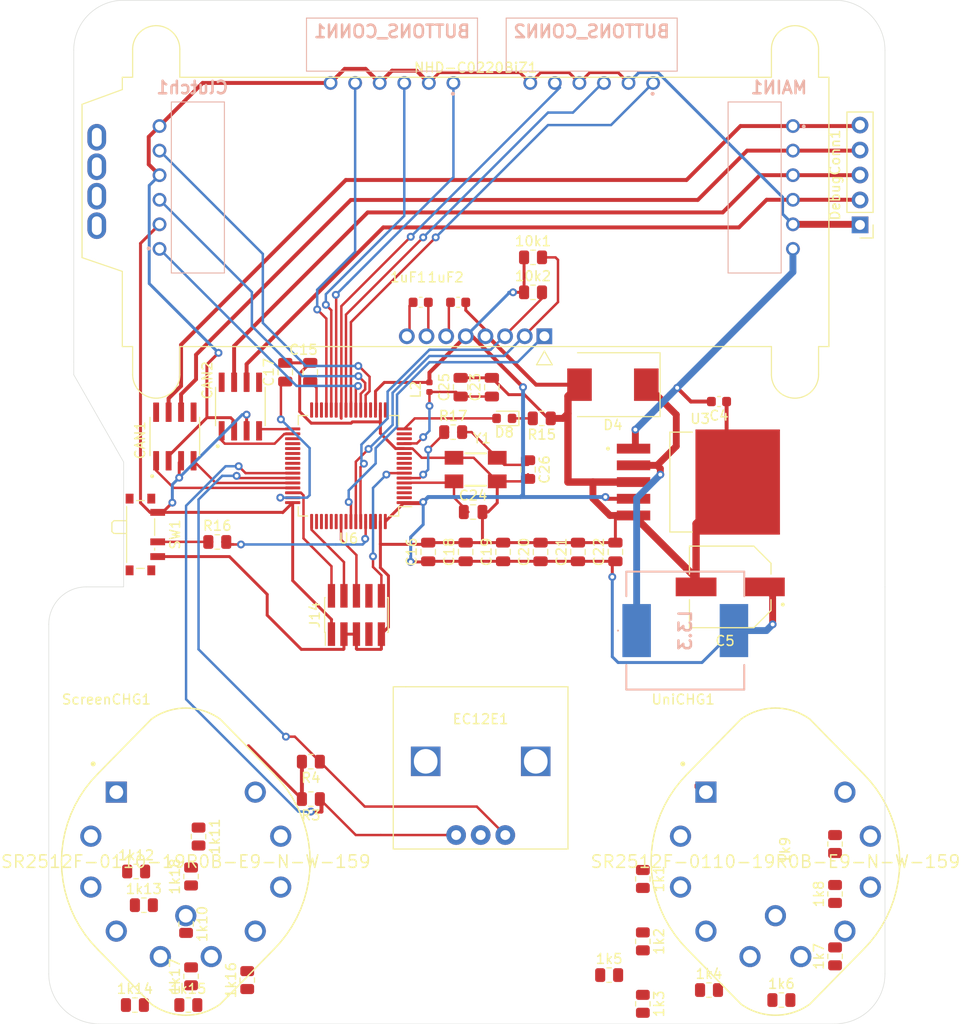
<source format=kicad_pcb>
(kicad_pcb (version 20171130) (host pcbnew "(5.1.10)-1")
  (layers (0 F.Cu signal) (31 B.Cu signal) (34 B.Paste user) (35 F.Paste user) (36 B.SilkS user) (37 F.SilkS user) (38 B.Mask user) (39 F.Mask user) (44 Edge.Cuts user))
  (net 0 "")
  (net 1 GND)
  (net 2 +3V3)
  (net 3 "Net-(C15-Pad1)")
  (net 4 "Net-(C17-Pad1)")
  (net 5 +3.3VA)
  (net 6 HSE_IN)
  (net 7 "Net-(C26-Pad1)")
  (net 8 /STM32F405RGT6/BTN_CLCH)
  (net 9 "Net-(D8-Pad1)")
  (net 10 LED_STATUS)
  (net 11 /STM32F405RGT6/BTN_DRS)
  (net 12 +12V)
  (net 13 SWDIO)
  (net 14 SWCLK)
  (net 15 SWO)
  (net 16 NRST)
  (net 17 CAN2_H)
  (net 18 CAN2_L)
  (net 19 CAN1_H)
  (net 20 CAN1_L)
  (net 21 /STM32F405RGT6/BTN_PTT)
  (net 22 "Net-(R16-Pad1)")
  (net 23 BOOT0)
  (net 24 HSE_OUT)
  (net 25 /STM32F405RGT6/BTN_SCR)
  (net 26 CAN1_TX)
  (net 27 CAN1_RX)
  (net 28 CAN2_RX)
  (net 29 CAN2_TX)
  (net 30 /Rotaries/ROT_SCR)
  (net 31 /STM32F405RGT6/BTN_UNI2)
  (net 32 /STM32F405RGT6/BTN_UNI1)
  (net 33 "Net-(1uF1-Pad1)")
  (net 34 /STM32F405RGT6/I2C_SDA)
  (net 35 /STM32F405RGT6/I2C_SCL)
  (net 36 /STM32F405RGT6/I2C_RESET)
  (net 37 "Net-(1uF2-Pad2)")
  (net 38 "Net-(1uF1-Pad2)")
  (net 39 "Net-(1k15-Pad2)")
  (net 40 "Net-(1k12-Pad2)")
  (net 41 "Net-(1k10-Pad2)")
  (net 42 "Net-(1k11-Pad2)")
  (net 43 "Net-(1k16-Pad2)")
  (net 44 "Net-(1k17-Pad2)")
  (net 45 "Net-(1k13-Pad2)")
  (net 46 "Net-(1k14-Pad2)")
  (net 47 "Net-(1k6-Pad2)")
  (net 48 "Net-(1k3-Pad2)")
  (net 49 "Net-(1k1-Pad2)")
  (net 50 "Net-(1k2-Pad2)")
  (net 51 "Net-(1k7-Pad2)")
  (net 52 "Net-(1k8-Pad2)")
  (net 53 "Net-(1k4-Pad2)")
  (net 54 "Net-(1k5-Pad2)")
  (net 55 /Rotaries/ENC_B)
  (net 56 /Rotaries/ENC_A)
  (net 57 "Net-(D4-Pad1)")
  (net 58 /STM32F405RGT6/CLCH_DO)
  (net 59 /STM32F405RGT6/CLCH_CLK)
  (net 60 /STM32F405RGT6/CLCH_CS)
  (module PGR-06_Additional:Alpha_Taiwan-SR2512F-0110-19R0B-E9-N-W-159-MFG (layer F.Cu) (at 143.792 156.224)
    (fp_text reference UniCHG1 (at -12.7 -16.499999) (layer F.SilkS) (effects (justify left)))
    (fp_text value SR2512F-0110-19R0B-E9-N-W-159 (at 0 0) (layer F.SilkS) (effects (font (size 1.27 1.27))))
    (pad 11 thru_hole circle (at 0 5.5) (size 2.15 2.15) (drill 1.4) (layers *.Cu) (net 30 /Rotaries/ROT_SCR))
    (pad 1 thru_hole rect (at -7.071 -7.071) (size 2.15 2.15) (drill 1.4) (layers *.Cu) (net 1 GND))
    (pad 10 thru_hole circle (at 7.071 -7.071) (size 2.15 2.15) (drill 1.4) (layers *.Cu) (net 2 +3V3))
    (pad 7 thru_hole circle (at 7.071 7.071) (size 2.15 2.15) (drill 1.4) (layers *.Cu) (net 47 "Net-(1k6-Pad2)"))
    (pad 4 thru_hole circle (at -7.071 7.071) (size 2.15 2.15) (drill 1.4) (layers *.Cu) (net 48 "Net-(1k3-Pad2)"))
    (pad 2 thru_hole circle (at -9.659 -2.588) (size 2.15 2.15) (drill 1.4) (layers *.Cu) (net 49 "Net-(1k1-Pad2)"))
    (pad 3 thru_hole circle (at -9.659 2.588) (size 2.15 2.15) (drill 1.4) (layers *.Cu) (net 50 "Net-(1k2-Pad2)"))
    (pad 8 thru_hole circle (at 9.659 2.588) (size 2.15 2.15) (drill 1.4) (layers *.Cu) (net 51 "Net-(1k7-Pad2)"))
    (pad 9 thru_hole circle (at 9.659 -2.588) (size 2.15 2.15) (drill 1.4) (layers *.Cu) (net 52 "Net-(1k8-Pad2)"))
    (pad 5 thru_hole circle (at -2.588 9.659) (size 2.15 2.15) (drill 1.4) (layers *.Cu) (net 53 "Net-(1k4-Pad2)"))
    (pad 6 thru_hole circle (at 2.588 9.659) (size 2.15 2.15) (drill 1.4) (layers *.Cu) (net 54 "Net-(1k5-Pad2)"))
  )
  (module PGR-06_Additional:Alpha_Taiwan-SR2512F-0110-19R0B-E9-N-W-159-MFG (layer F.Cu) (at 83.792 156.224)
    (fp_text reference ScreenCHG1 (at -12.7 -16.499999) (layer F.SilkS) (effects (justify left)))
    (fp_text value SR2512F-0110-19R0B-E9-N-W-159 (at 0 0) (layer F.SilkS) (effects (font (size 1.27 1.27))))
    (pad 11 thru_hole circle (at 0 5.5) (size 2.15 2.15) (drill 1.4) (layers *.Cu) (net 30 /Rotaries/ROT_SCR))
    (pad 1 thru_hole rect (at -7.071 -7.071) (size 2.15 2.15) (drill 1.4) (layers *.Cu) (net 1 GND))
    (pad 10 thru_hole circle (at 7.071 -7.071) (size 2.15 2.15) (drill 1.4) (layers *.Cu) (net 2 +3V3))
    (pad 7 thru_hole circle (at 7.071 7.071) (size 2.15 2.15) (drill 1.4) (layers *.Cu) (net 39 "Net-(1k15-Pad2)"))
    (pad 4 thru_hole circle (at -7.071 7.071) (size 2.15 2.15) (drill 1.4) (layers *.Cu) (net 40 "Net-(1k12-Pad2)"))
    (pad 2 thru_hole circle (at -9.659 -2.588) (size 2.15 2.15) (drill 1.4) (layers *.Cu) (net 41 "Net-(1k10-Pad2)"))
    (pad 3 thru_hole circle (at -9.659 2.588) (size 2.15 2.15) (drill 1.4) (layers *.Cu) (net 42 "Net-(1k11-Pad2)"))
    (pad 8 thru_hole circle (at 9.659 2.588) (size 2.15 2.15) (drill 1.4) (layers *.Cu) (net 43 "Net-(1k16-Pad2)"))
    (pad 9 thru_hole circle (at 9.659 -2.588) (size 2.15 2.15) (drill 1.4) (layers *.Cu) (net 44 "Net-(1k17-Pad2)"))
    (pad 5 thru_hole circle (at -2.588 9.659) (size 2.15 2.15) (drill 1.4) (layers *.Cu) (net 45 "Net-(1k13-Pad2)"))
    (pad 6 thru_hole circle (at 2.588 9.659) (size 2.15 2.15) (drill 1.4) (layers *.Cu) (net 46 "Net-(1k14-Pad2)"))
  )
  (module PGR-06_Additional:SOIC127P599X175-8N (layer F.Cu) (at 89.3445 109.9185 90)
    (fp_text reference CAN2 (at 2.667 -3.3655 90) (layer F.SilkS))
    (fp_text value SN65HVD230MDREP)
    (pad 1 smd roundrect (at -2.47 -1.905 90) (size 1.97 0.6) (layers F.Cu F.Paste F.Mask) (roundrect_rratio 0.07000000000000001) (net 29 CAN2_TX))
    (pad 2 smd roundrect (at -2.47 -0.635 90) (size 1.97 0.6) (layers F.Cu F.Paste F.Mask) (roundrect_rratio 0.07000000000000001) (net 1 GND))
    (pad 3 smd roundrect (at -2.47 0.635 90) (size 1.97 0.6) (layers F.Cu F.Paste F.Mask) (roundrect_rratio 0.07000000000000001) (net 2 +3V3))
    (pad 4 smd roundrect (at -2.47 1.905 90) (size 1.97 0.6) (layers F.Cu F.Paste F.Mask) (roundrect_rratio 0.07000000000000001) (net 28 CAN2_RX))
    (pad 5 smd roundrect (at 2.47 1.905 90) (size 1.97 0.6) (layers F.Cu F.Paste F.Mask) (roundrect_rratio 0.07000000000000001))
    (pad 6 smd roundrect (at 2.47 0.635 90) (size 1.97 0.6) (layers F.Cu F.Paste F.Mask) (roundrect_rratio 0.07000000000000001) (net 18 CAN2_L))
    (pad 7 smd roundrect (at 2.47 -0.635 90) (size 1.97 0.6) (layers F.Cu F.Paste F.Mask) (roundrect_rratio 0.07000000000000001) (net 17 CAN2_H))
    (pad 8 smd roundrect (at 2.47 -1.905 90) (size 1.97 0.6) (layers F.Cu F.Paste F.Mask) (roundrect_rratio 0.07000000000000001))
  )
  (module PGR-06_Additional:SOIC127P599X175-8N (layer F.Cu) (at 82.677 112.9665 90)
    (fp_text reference CAN1 (at -0.385 -3.537 90) (layer F.SilkS))
    (fp_text value SN65HVD230MDREP)
    (pad 1 smd roundrect (at -2.47 -1.905 90) (size 1.97 0.6) (layers F.Cu F.Paste F.Mask) (roundrect_rratio 0.07000000000000001) (net 26 CAN1_TX))
    (pad 2 smd roundrect (at -2.47 -0.635 90) (size 1.97 0.6) (layers F.Cu F.Paste F.Mask) (roundrect_rratio 0.07000000000000001) (net 1 GND))
    (pad 3 smd roundrect (at -2.47 0.635 90) (size 1.97 0.6) (layers F.Cu F.Paste F.Mask) (roundrect_rratio 0.07000000000000001) (net 2 +3V3))
    (pad 4 smd roundrect (at -2.47 1.905 90) (size 1.97 0.6) (layers F.Cu F.Paste F.Mask) (roundrect_rratio 0.07000000000000001) (net 27 CAN1_RX))
    (pad 5 smd roundrect (at 2.47 1.905 90) (size 1.97 0.6) (layers F.Cu F.Paste F.Mask) (roundrect_rratio 0.07000000000000001))
    (pad 6 smd roundrect (at 2.47 0.635 90) (size 1.97 0.6) (layers F.Cu F.Paste F.Mask) (roundrect_rratio 0.07000000000000001) (net 20 CAN1_L))
    (pad 7 smd roundrect (at 2.47 -0.635 90) (size 1.97 0.6) (layers F.Cu F.Paste F.Mask) (roundrect_rratio 0.07000000000000001) (net 19 CAN1_H))
    (pad 8 smd roundrect (at 2.47 -1.905 90) (size 1.97 0.6) (layers F.Cu F.Paste F.Mask) (roundrect_rratio 0.07000000000000001))
  )
  (module Capacitor_SMD:C_0603_1608Metric (layer F.Cu) (at 138.049 109.4105 180)
    (fp_text reference C4 (at 0 -1.43) (layer F.SilkS))
    (fp_text value 100uF)
    (pad 2 smd roundrect (at 0.775 0 180) (size 0.9 0.95) (layers F.Cu F.Paste F.Mask) (net 12 +12V))
    (pad 1 smd roundrect (at -0.775 0 180) (size 0.9 0.95) (layers F.Cu F.Paste F.Mask) (net 1 GND))
  )
  (module Package_QFP:LQFP-64_10x10mm_P0.5mm (layer F.Cu) (at 100.345001 115.945001 180)
    (fp_text reference U6 (at 0 -7.4) (layer F.SilkS))
    (fp_text value STM32F405RGT6)
    (pad 64 smd roundrect (at -3.75 -5.675 180) (size 0.3 1.55) (layers F.Cu F.Paste F.Mask) (net 2 +3V3))
    (pad 63 smd roundrect (at -3.25 -5.675 180) (size 0.3 1.55) (layers F.Cu F.Paste F.Mask) (net 1 GND))
    (pad 62 smd roundrect (at -2.75 -5.675 180) (size 0.3 1.55) (layers F.Cu F.Paste F.Mask))
    (pad 61 smd roundrect (at -2.25 -5.675 180) (size 0.3 1.55) (layers F.Cu F.Paste F.Mask))
    (pad 60 smd roundrect (at -1.75 -5.675 180) (size 0.3 1.55) (layers F.Cu F.Paste F.Mask) (net 23 BOOT0))
    (pad 59 smd roundrect (at -1.25 -5.675 180) (size 0.3 1.55) (layers F.Cu F.Paste F.Mask) (net 34 /STM32F405RGT6/I2C_SDA))
    (pad 58 smd roundrect (at -0.75 -5.675 180) (size 0.3 1.55) (layers F.Cu F.Paste F.Mask) (net 35 /STM32F405RGT6/I2C_SCL))
    (pad 57 smd roundrect (at -0.25 -5.675 180) (size 0.3 1.55) (layers F.Cu F.Paste F.Mask) (net 36 /STM32F405RGT6/I2C_RESET))
    (pad 56 smd roundrect (at 0.25 -5.675 180) (size 0.3 1.55) (layers F.Cu F.Paste F.Mask))
    (pad 55 smd roundrect (at 0.75 -5.675 180) (size 0.3 1.55) (layers F.Cu F.Paste F.Mask) (net 15 SWO))
    (pad 54 smd roundrect (at 1.25 -5.675 180) (size 0.3 1.55) (layers F.Cu F.Paste F.Mask))
    (pad 53 smd roundrect (at 1.75 -5.675 180) (size 0.3 1.55) (layers F.Cu F.Paste F.Mask))
    (pad 52 smd roundrect (at 2.25 -5.675 180) (size 0.3 1.55) (layers F.Cu F.Paste F.Mask))
    (pad 51 smd roundrect (at 2.75 -5.675 180) (size 0.3 1.55) (layers F.Cu F.Paste F.Mask))
    (pad 50 smd roundrect (at 3.25 -5.675 180) (size 0.3 1.55) (layers F.Cu F.Paste F.Mask))
    (pad 49 smd roundrect (at 3.75 -5.675 180) (size 0.3 1.55) (layers F.Cu F.Paste F.Mask) (net 14 SWCLK))
    (pad 48 smd roundrect (at 5.675 -3.75 180) (size 1.55 0.3) (layers F.Cu F.Paste F.Mask) (net 2 +3V3))
    (pad 47 smd roundrect (at 5.675 -3.25 180) (size 1.55 0.3) (layers F.Cu F.Paste F.Mask) (net 4 "Net-(C17-Pad1)"))
    (pad 46 smd roundrect (at 5.675 -2.75 180) (size 1.55 0.3) (layers F.Cu F.Paste F.Mask) (net 13 SWDIO))
    (pad 45 smd roundrect (at 5.675 -2.25 180) (size 1.55 0.3) (layers F.Cu F.Paste F.Mask) (net 26 CAN1_TX))
    (pad 44 smd roundrect (at 5.675 -1.75 180) (size 1.55 0.3) (layers F.Cu F.Paste F.Mask) (net 27 CAN1_RX))
    (pad 43 smd roundrect (at 5.675 -1.25 180) (size 1.55 0.3) (layers F.Cu F.Paste F.Mask) (net 55 /Rotaries/ENC_B))
    (pad 42 smd roundrect (at 5.675 -0.75 180) (size 1.55 0.3) (layers F.Cu F.Paste F.Mask) (net 56 /Rotaries/ENC_A))
    (pad 41 smd roundrect (at 5.675 -0.25 180) (size 1.55 0.3) (layers F.Cu F.Paste F.Mask))
    (pad 40 smd roundrect (at 5.675 0.25 180) (size 1.55 0.3) (layers F.Cu F.Paste F.Mask))
    (pad 39 smd roundrect (at 5.675 0.75 180) (size 1.55 0.3) (layers F.Cu F.Paste F.Mask))
    (pad 38 smd roundrect (at 5.675 1.25 180) (size 1.55 0.3) (layers F.Cu F.Paste F.Mask))
    (pad 37 smd roundrect (at 5.675 1.75 180) (size 1.55 0.3) (layers F.Cu F.Paste F.Mask))
    (pad 36 smd roundrect (at 5.675 2.25 180) (size 1.55 0.3) (layers F.Cu F.Paste F.Mask))
    (pad 35 smd roundrect (at 5.675 2.75 180) (size 1.55 0.3) (layers F.Cu F.Paste F.Mask))
    (pad 34 smd roundrect (at 5.675 3.25 180) (size 1.55 0.3) (layers F.Cu F.Paste F.Mask) (net 29 CAN2_TX))
    (pad 33 smd roundrect (at 5.675 3.75 180) (size 1.55 0.3) (layers F.Cu F.Paste F.Mask) (net 28 CAN2_RX))
    (pad 32 smd roundrect (at 3.75 5.675 180) (size 0.3 1.55) (layers F.Cu F.Paste F.Mask) (net 2 +3V3))
    (pad 31 smd roundrect (at 3.25 5.675 180) (size 0.3 1.55) (layers F.Cu F.Paste F.Mask) (net 3 "Net-(C15-Pad1)"))
    (pad 30 smd roundrect (at 2.75 5.675 180) (size 0.3 1.55) (layers F.Cu F.Paste F.Mask))
    (pad 29 smd roundrect (at 2.25 5.675 180) (size 0.3 1.55) (layers F.Cu F.Paste F.Mask) (net 31 /STM32F405RGT6/BTN_UNI2))
    (pad 28 smd roundrect (at 1.75 5.675 180) (size 0.3 1.55) (layers F.Cu F.Paste F.Mask) (net 11 /STM32F405RGT6/BTN_DRS))
    (pad 27 smd roundrect (at 1.25 5.675 180) (size 0.3 1.55) (layers F.Cu F.Paste F.Mask) (net 32 /STM32F405RGT6/BTN_UNI1))
    (pad 26 smd roundrect (at 0.75 5.675 180) (size 0.3 1.55) (layers F.Cu F.Paste F.Mask) (net 8 /STM32F405RGT6/BTN_CLCH))
    (pad 25 smd roundrect (at 0.25 5.675 180) (size 0.3 1.55) (layers F.Cu F.Paste F.Mask) (net 21 /STM32F405RGT6/BTN_PTT))
    (pad 24 smd roundrect (at -0.25 5.675 180) (size 0.3 1.55) (layers F.Cu F.Paste F.Mask) (net 25 /STM32F405RGT6/BTN_SCR))
    (pad 23 smd roundrect (at -0.75 5.675 180) (size 0.3 1.55) (layers F.Cu F.Paste F.Mask) (net 60 /STM32F405RGT6/CLCH_CS))
    (pad 22 smd roundrect (at -1.25 5.675 180) (size 0.3 1.55) (layers F.Cu F.Paste F.Mask) (net 58 /STM32F405RGT6/CLCH_DO))
    (pad 21 smd roundrect (at -1.75 5.675 180) (size 0.3 1.55) (layers F.Cu F.Paste F.Mask) (net 59 /STM32F405RGT6/CLCH_CLK))
    (pad 20 smd roundrect (at -2.25 5.675 180) (size 0.3 1.55) (layers F.Cu F.Paste F.Mask))
    (pad 19 smd roundrect (at -2.75 5.675 180) (size 0.3 1.55) (layers F.Cu F.Paste F.Mask) (net 2 +3V3))
    (pad 18 smd roundrect (at -3.25 5.675 180) (size 0.3 1.55) (layers F.Cu F.Paste F.Mask) (net 1 GND))
    (pad 17 smd roundrect (at -3.75 5.675 180) (size 0.3 1.55) (layers F.Cu F.Paste F.Mask))
    (pad 16 smd roundrect (at -5.675 3.75 180) (size 1.55 0.3) (layers F.Cu F.Paste F.Mask) (net 10 LED_STATUS))
    (pad 15 smd roundrect (at -5.675 3.25 180) (size 1.55 0.3) (layers F.Cu F.Paste F.Mask) (net 30 /Rotaries/ROT_SCR))
    (pad 14 smd roundrect (at -5.675 2.75 180) (size 1.55 0.3) (layers F.Cu F.Paste F.Mask))
    (pad 13 smd roundrect (at -5.675 2.25 180) (size 1.55 0.3) (layers F.Cu F.Paste F.Mask) (net 5 +3.3VA))
    (pad 12 smd roundrect (at -5.675 1.75 180) (size 1.55 0.3) (layers F.Cu F.Paste F.Mask) (net 1 GND))
    (pad 11 smd roundrect (at -5.675 1.25 180) (size 1.55 0.3) (layers F.Cu F.Paste F.Mask))
    (pad 10 smd roundrect (at -5.675 0.75 180) (size 1.55 0.3) (layers F.Cu F.Paste F.Mask))
    (pad 9 smd roundrect (at -5.675 0.25 180) (size 1.55 0.3) (layers F.Cu F.Paste F.Mask))
    (pad 8 smd roundrect (at -5.675 -0.25 180) (size 1.55 0.3) (layers F.Cu F.Paste F.Mask))
    (pad 7 smd roundrect (at -5.675 -0.75 180) (size 1.55 0.3) (layers F.Cu F.Paste F.Mask) (net 16 NRST))
    (pad 6 smd roundrect (at -5.675 -1.25 180) (size 1.55 0.3) (layers F.Cu F.Paste F.Mask) (net 24 HSE_OUT))
    (pad 5 smd roundrect (at -5.675 -1.75 180) (size 1.55 0.3) (layers F.Cu F.Paste F.Mask) (net 6 HSE_IN))
    (pad 4 smd roundrect (at -5.675 -2.25 180) (size 1.55 0.3) (layers F.Cu F.Paste F.Mask))
    (pad 3 smd roundrect (at -5.675 -2.75 180) (size 1.55 0.3) (layers F.Cu F.Paste F.Mask))
    (pad 2 smd roundrect (at -5.675 -3.25 180) (size 1.55 0.3) (layers F.Cu F.Paste F.Mask))
    (pad 1 smd roundrect (at -5.675 -3.75 180) (size 1.55 0.3) (layers F.Cu F.Paste F.Mask) (net 2 +3V3))
  )
  (module Resistor_SMD:R_0805_2012Metric (layer F.Cu) (at 110.998 112.522)
    (fp_text reference R17 (at 0 -1.65) (layer F.SilkS))
    (fp_text value 47)
    (pad 2 smd roundrect (at 0.9125 0) (size 1.025 1.4) (layers F.Cu F.Paste F.Mask) (roundrect_rratio 0.243902) (net 7 "Net-(C26-Pad1)"))
    (pad 1 smd roundrect (at -0.9125 0) (size 1.025 1.4) (layers F.Cu F.Paste F.Mask) (roundrect_rratio 0.243902) (net 24 HSE_OUT))
  )
  (module Resistor_SMD:R_0805_2012Metric (layer F.Cu) (at 86.997 123.698)
    (fp_text reference R16 (at 0 -1.65) (layer F.SilkS))
    (fp_text value 10k)
    (pad 2 smd roundrect (at 0.9125 0) (size 1.025 1.4) (layers F.Cu F.Paste F.Mask) (roundrect_rratio 0.243902) (net 23 BOOT0))
    (pad 1 smd roundrect (at -0.9125 0) (size 1.025 1.4) (layers F.Cu F.Paste F.Mask) (roundrect_rratio 0.243902) (net 22 "Net-(R16-Pad1)"))
  )
  (module Resistor_SMD:R_0805_2012Metric (layer F.Cu) (at 120.015 111.125 180)
    (fp_text reference R15 (at 0 -1.65) (layer F.SilkS))
    (fp_text value 1k5)
    (pad 2 smd roundrect (at 0.9125 0 180) (size 1.025 1.4) (layers F.Cu F.Paste F.Mask) (roundrect_rratio 0.243902) (net 9 "Net-(D8-Pad1)"))
    (pad 1 smd roundrect (at -0.9125 0 180) (size 1.025 1.4) (layers F.Cu F.Paste F.Mask) (roundrect_rratio 0.243902) (net 1 GND))
  )
  (module Capacitor_SMD:C_0805_2012Metric (layer F.Cu) (at 118.618 116.332 270)
    (fp_text reference C26 (at 0 -1.68 90) (layer F.SilkS))
    (fp_text value 12p)
    (pad 2 smd roundrect (at 0.95 0 270) (size 1 1.45) (layers F.Cu F.Paste F.Mask) (net 1 GND))
    (pad 1 smd roundrect (at -0.95 0 270) (size 1 1.45) (layers F.Cu F.Paste F.Mask) (net 7 "Net-(C26-Pad1)"))
  )
  (module Capacitor_SMD:C_0805_2012Metric (layer F.Cu) (at 111.76 107.95 90)
    (fp_text reference C25 (at 0 -1.68 90) (layer F.SilkS))
    (fp_text value 10n)
    (pad 2 smd roundrect (at 0.95 0 90) (size 1 1.45) (layers F.Cu F.Paste F.Mask) (net 1 GND))
    (pad 1 smd roundrect (at -0.95 0 90) (size 1 1.45) (layers F.Cu F.Paste F.Mask) (net 5 +3.3VA))
  )
  (module Capacitor_SMD:C_0805_2012Metric (layer F.Cu) (at 113.03 120.65)
    (fp_text reference C24 (at 0 -1.68) (layer F.SilkS))
    (fp_text value 12p)
    (pad 2 smd roundrect (at 0.95 0) (size 1 1.45) (layers F.Cu F.Paste F.Mask) (net 1 GND))
    (pad 1 smd roundrect (at -0.95 0) (size 1 1.45) (layers F.Cu F.Paste F.Mask) (net 6 HSE_IN))
  )
  (module Capacitor_SMD:C_0805_2012Metric (layer F.Cu) (at 114.935 107.95 90)
    (fp_text reference C23 (at 0 -1.68 90) (layer F.SilkS))
    (fp_text value 1u)
    (pad 2 smd roundrect (at 0.95 0 90) (size 1 1.45) (layers F.Cu F.Paste F.Mask) (net 1 GND))
    (pad 1 smd roundrect (at -0.95 0 90) (size 1 1.45) (layers F.Cu F.Paste F.Mask) (net 5 +3.3VA))
  )
  (module Capacitor_SMD:C_0805_2012Metric (layer F.Cu) (at 127.508 124.714 90)
    (fp_text reference C22 (at 0 -1.68 90) (layer F.SilkS))
    (fp_text value 100n)
    (pad 2 smd roundrect (at 0.95 0 90) (size 1 1.45) (layers F.Cu F.Paste F.Mask) (net 1 GND))
    (pad 1 smd roundrect (at -0.95 0 90) (size 1 1.45) (layers F.Cu F.Paste F.Mask) (net 2 +3V3))
  )
  (module Capacitor_SMD:C_0805_2012Metric (layer F.Cu) (at 123.698 124.714 90)
    (fp_text reference C21 (at 0 -1.68 90) (layer F.SilkS))
    (fp_text value 100n)
    (pad 2 smd roundrect (at 0.95 0 90) (size 1 1.45) (layers F.Cu F.Paste F.Mask) (net 1 GND))
    (pad 1 smd roundrect (at -0.95 0 90) (size 1 1.45) (layers F.Cu F.Paste F.Mask) (net 2 +3V3))
  )
  (module Capacitor_SMD:C_0805_2012Metric (layer F.Cu) (at 119.888 124.714 90)
    (fp_text reference C20 (at 0 -1.68 90) (layer F.SilkS))
    (fp_text value 100n)
    (pad 2 smd roundrect (at 0.95 0 90) (size 1 1.45) (layers F.Cu F.Paste F.Mask) (net 1 GND))
    (pad 1 smd roundrect (at -0.95 0 90) (size 1 1.45) (layers F.Cu F.Paste F.Mask) (net 2 +3V3))
  )
  (module Capacitor_SMD:C_0805_2012Metric (layer F.Cu) (at 116.078 124.714 90)
    (fp_text reference C19 (at 0 -1.68 90) (layer F.SilkS))
    (fp_text value 100n)
    (pad 2 smd roundrect (at 0.95 0 90) (size 1 1.45) (layers F.Cu F.Paste F.Mask) (net 1 GND))
    (pad 1 smd roundrect (at -0.95 0 90) (size 1 1.45) (layers F.Cu F.Paste F.Mask) (net 2 +3V3))
  )
  (module Capacitor_SMD:C_0805_2012Metric (layer F.Cu) (at 112.268 124.714 90)
    (fp_text reference C18 (at 0 -1.68 90) (layer F.SilkS))
    (fp_text value 100n)
    (pad 2 smd roundrect (at 0.95 0 90) (size 1 1.45) (layers F.Cu F.Paste F.Mask) (net 1 GND))
    (pad 1 smd roundrect (at -0.95 0 90) (size 1 1.45) (layers F.Cu F.Paste F.Mask) (net 2 +3V3))
  )
  (module Capacitor_SMD:C_0805_2012Metric (layer F.Cu) (at 93.9165 106.426 90)
    (fp_text reference C17 (at 0 -1.68 90) (layer F.SilkS))
    (fp_text value 2u2)
    (pad 2 smd roundrect (at 0.95 0 90) (size 1 1.45) (layers F.Cu F.Paste F.Mask) (net 1 GND))
    (pad 1 smd roundrect (at -0.95 0 90) (size 1 1.45) (layers F.Cu F.Paste F.Mask) (net 4 "Net-(C17-Pad1)"))
  )
  (module Capacitor_SMD:C_0805_2012Metric (layer F.Cu) (at 108.458 124.714 90)
    (fp_text reference C16 (at 0 -1.68 90) (layer F.SilkS))
    (fp_text value 4u7)
    (pad 2 smd roundrect (at 0.95 0 90) (size 1 1.45) (layers F.Cu F.Paste F.Mask) (net 1 GND))
    (pad 1 smd roundrect (at -0.95 0 90) (size 1 1.45) (layers F.Cu F.Paste F.Mask) (net 2 +3V3))
  )
  (module Capacitor_SMD:C_0805_2012Metric (layer F.Cu) (at 96.4565 106.426 90)
    (fp_text reference C15 (at 2.286 -0.6985 180) (layer F.SilkS))
    (fp_text value 2u2)
    (pad 2 smd roundrect (at 0.95 0 90) (size 1 1.45) (layers F.Cu F.Paste F.Mask) (net 1 GND))
    (pad 1 smd roundrect (at -0.95 0 90) (size 1 1.45) (layers F.Cu F.Paste F.Mask) (net 3 "Net-(C15-Pad1)"))
  )
  (module PGR-06_Additional:7447707331 (layer B.Cu) (at 134.62 132.715 90)
    (fp_text reference L3.3 (at 0 0 90) (layer B.SilkS) (effects (font (size 1.27 1.27) (thickness 0.254)) (justify mirror)))
    (fp_text value 330uH hide)
    (pad 1 smd rect (at 0 -4.95) (size 2.9 5.4) (layers B.Cu B.Paste B.Mask) (net 57 "Net-(D4-Pad1)"))
    (pad 2 smd rect (at 0 4.95) (size 2.9 5.4) (layers B.Cu B.Paste B.Mask) (net 2 +3V3))
  )
  (module "PGR-06_Additional:NHD-C0220BiZ-FS(RGB)-FBW-3VM-NEW" (layer F.Cu) (at 113.284 86.868)
    (fp_text reference NHD-C0220BiZ1 (at 0 -11.43) (layer F.SilkS))
    (fp_text value "NHD-C0220BiZ-FS(RGB)-FBW-3VM")
    (pad 10 thru_hole oval (at -38.55 1.65) (size 1.9 2.7) (drill oval 1 1.9) (layers *.Cu *.Mask))
    (pad 9 thru_hole oval (at -38.55 4.65) (size 1.9 2.7) (drill oval 1 1.9) (layers *.Cu *.Mask) (net 2 +3V3))
    (pad 11 thru_hole oval (at -38.55 -1.35) (size 1.9 2.7) (drill oval 1 1.9) (layers *.Cu *.Mask))
    (pad 12 thru_hole oval (at -38.55 -4.35) (size 1.9 2.7) (drill oval 1 1.9) (layers *.Cu *.Mask))
    (pad "" np_thru_hole circle (at 32.5 -13.3) (size 2.5 2.5) (drill 2.5) (layers *.Cu *.Mask))
    (pad 8 thru_hole circle (at -7 15.9) (size 1.6 1.6) (drill 1) (layers *.Cu *.Mask) (net 38 "Net-(1uF1-Pad2)"))
    (pad 7 thru_hole circle (at -5 15.9) (size 1.6 1.6) (drill 1) (layers *.Cu *.Mask) (net 33 "Net-(1uF1-Pad1)"))
    (pad 6 thru_hole circle (at -3 15.9) (size 1.6 1.6) (drill 1) (layers *.Cu *.Mask) (net 37 "Net-(1uF2-Pad2)"))
    (pad 5 thru_hole circle (at -1 15.9) (size 1.6 1.6) (drill 1) (layers *.Cu *.Mask) (net 2 +3V3))
    (pad 1 thru_hole rect (at 7 15.9) (size 1.6 1.6) (drill 1) (layers *.Cu *.Mask) (net 36 /STM32F405RGT6/I2C_RESET))
    (pad 2 thru_hole circle (at 5 15.9) (size 1.6 1.6) (drill 1) (layers *.Cu *.Mask) (net 35 /STM32F405RGT6/I2C_SCL))
    (pad 3 thru_hole circle (at 3 15.9) (size 1.6 1.6) (drill 1) (layers *.Cu *.Mask) (net 34 /STM32F405RGT6/I2C_SDA))
    (pad 4 thru_hole circle (at 1 15.9) (size 1.6 1.6) (drill 1) (layers *.Cu *.Mask) (net 1 GND))
    (pad "" np_thru_hole circle (at -32.5 -13.3) (size 2.5 2.5) (drill 2.5) (layers *.Cu *.Mask))
    (pad "" np_thru_hole circle (at -32.5 19.8) (size 2.5 2.5) (drill 2.5) (layers *.Cu *.Mask))
    (pad "" np_thru_hole circle (at 32.5 19.8) (size 2.5 2.5) (drill 2.5) (layers *.Cu *.Mask))
  )
  (module 22-05-7065:22057065 (layer B.Cu) (at 104.775 74.295 180)
    (fp_text reference BUTTONS_CONN1 (at 0 2.54) (layer B.SilkS) (effects (font (size 1.27 1.27) (thickness 0.254)) (justify mirror)))
    (fp_text value 22-05-7065 hide)
    (pad 6 thru_hole circle (at 6.25 -2.7 180) (size 1.4 1.4) (drill 0.9) (layers *.Cu *.Mask) (net 1 GND))
    (pad 5 thru_hole circle (at 3.75 -2.7 180) (size 1.4 1.4) (drill 0.9) (layers *.Cu *.Mask) (net 31 /STM32F405RGT6/BTN_UNI2))
    (pad 4 thru_hole circle (at 1.25 -2.7 180) (size 1.4 1.4) (drill 0.9) (layers *.Cu *.Mask) (net 1 GND))
    (pad 3 thru_hole circle (at -1.25 -2.7 180) (size 1.4 1.4) (drill 0.9) (layers *.Cu *.Mask) (net 11 /STM32F405RGT6/BTN_DRS))
    (pad 2 thru_hole circle (at -3.75 -2.7 180) (size 1.4 1.4) (drill 0.9) (layers *.Cu *.Mask) (net 1 GND))
    (pad 1 thru_hole circle (at -6.25 -2.7 180) (size 1.4 1.4) (drill 0.9) (layers *.Cu *.Mask) (net 32 /STM32F405RGT6/BTN_UNI1))
  )
  (module 22-05-7065:22057065 (layer B.Cu) (at 125.095 74.295 180)
    (fp_text reference BUTTONS_CONN2 (at 0 2.54) (layer B.SilkS) (effects (font (size 1.27 1.27) (thickness 0.254)) (justify mirror)))
    (fp_text value 22-05-7065 hide)
    (pad 6 thru_hole circle (at 6.25 -2.7 180) (size 1.4 1.4) (drill 0.9) (layers *.Cu *.Mask) (net 1 GND))
    (pad 5 thru_hole circle (at 3.75 -2.7 180) (size 1.4 1.4) (drill 0.9) (layers *.Cu *.Mask) (net 8 /STM32F405RGT6/BTN_CLCH))
    (pad 4 thru_hole circle (at 1.25 -2.7 180) (size 1.4 1.4) (drill 0.9) (layers *.Cu *.Mask) (net 1 GND))
    (pad 3 thru_hole circle (at -1.25 -2.7 180) (size 1.4 1.4) (drill 0.9) (layers *.Cu *.Mask) (net 21 /STM32F405RGT6/BTN_PTT))
    (pad 2 thru_hole circle (at -3.75 -2.7 180) (size 1.4 1.4) (drill 0.9) (layers *.Cu *.Mask) (net 1 GND))
    (pad 1 thru_hole circle (at -6.25 -2.7 180) (size 1.4 1.4) (drill 0.9) (layers *.Cu *.Mask) (net 25 /STM32F405RGT6/BTN_SCR))
  )
  (module Connector_PinHeader_2.54mm:PinHeader_1x05_P2.54mm_Vertical (layer F.Cu) (at 152.4 91.44 180)
    (fp_text reference DebugConn1 (at 2.54 5.08 90) (layer F.SilkS))
    (fp_text value Conn_01x05_Male)
    (pad 5 thru_hole oval (at 0 10.16 180) (size 1.7 1.7) (drill 1) (layers *.Cu *.Mask) (net 19 CAN1_H))
    (pad 4 thru_hole oval (at 0 7.62 180) (size 1.7 1.7) (drill 1) (layers *.Cu *.Mask) (net 20 CAN1_L))
    (pad 3 thru_hole oval (at 0 5.08 180) (size 1.7 1.7) (drill 1) (layers *.Cu *.Mask) (net 17 CAN2_H))
    (pad 2 thru_hole oval (at 0 2.54 180) (size 1.7 1.7) (drill 1) (layers *.Cu *.Mask) (net 18 CAN2_L))
    (pad 1 thru_hole rect (at 0 0 180) (size 1.7 1.7) (drill 1) (layers *.Cu *.Mask) (net 1 GND))
  )
  (module Button_Switch_SMD:SW_SPDT_PCM12 (layer F.Cu) (at 79.502 122.936 270)
    (fp_text reference SW1 (at 0 -3.2 90) (layer F.SilkS))
    (fp_text value SW_SPDT)
    (pad "" smd rect (at -3.65 -0.78 270) (size 1 0.8) (layers F.Cu F.Paste F.Mask))
    (pad "" smd rect (at 3.65 -0.78 270) (size 1 0.8) (layers F.Cu F.Paste F.Mask))
    (pad "" smd rect (at 3.65 1.43 270) (size 1 0.8) (layers F.Cu F.Paste F.Mask))
    (pad "" smd rect (at -3.65 1.43 270) (size 1 0.8) (layers F.Cu F.Paste F.Mask))
    (pad 3 smd rect (at 2.25 -1.43 270) (size 0.7 1.5) (layers F.Cu F.Paste F.Mask) (net 1 GND))
    (pad 2 smd rect (at 0.75 -1.43 270) (size 0.7 1.5) (layers F.Cu F.Paste F.Mask) (net 22 "Net-(R16-Pad1)"))
    (pad 1 smd rect (at -2.25 -1.43 270) (size 0.7 1.5) (layers F.Cu F.Paste F.Mask) (net 2 +3V3))
    (pad "" np_thru_hole circle (at 1.5 0.33 270) (size 0.9 0.9) (drill 0.9) (layers *.Cu *.Mask))
    (pad "" np_thru_hole circle (at -1.5 0.33 270) (size 0.9 0.9) (drill 0.9) (layers *.Cu *.Mask))
  )
  (module Resistor_SMD:R_0805_2012Metric (layer F.Cu) (at 119.126 98.298)
    (fp_text reference 10k2 (at 0 -1.65) (layer F.SilkS))
    (fp_text value R_Small)
    (pad 2 smd roundrect (at 0.9125 0) (size 1.025 1.4) (layers F.Cu F.Paste F.Mask) (roundrect_rratio 0.243902) (net 34 /STM32F405RGT6/I2C_SDA))
    (pad 1 smd roundrect (at -0.9125 0) (size 1.025 1.4) (layers F.Cu F.Paste F.Mask) (roundrect_rratio 0.243902) (net 2 +3V3))
  )
  (module Connector_PinHeader_1.27mm:PinHeader_2x05_P1.27mm_Vertical_SMD (layer F.Cu) (at 101.1555 131.1275 90)
    (fp_text reference J14 (at 0 -4.235 90) (layer F.SilkS))
    (fp_text value SWD)
    (pad 10 smd rect (at 1.95 2.54 90) (size 2.4 0.74) (layers F.Cu F.Paste F.Mask) (net 16 NRST))
    (pad 9 smd rect (at -1.95 2.54 90) (size 2.4 0.74) (layers F.Cu F.Paste F.Mask) (net 1 GND))
    (pad 8 smd rect (at 1.95 1.27 90) (size 2.4 0.74) (layers F.Cu F.Paste F.Mask))
    (pad 7 smd rect (at -1.95 1.27 90) (size 2.4 0.74) (layers F.Cu F.Paste F.Mask))
    (pad 6 smd rect (at 1.95 0 90) (size 2.4 0.74) (layers F.Cu F.Paste F.Mask) (net 15 SWO))
    (pad 5 smd rect (at -1.95 0 90) (size 2.4 0.74) (layers F.Cu F.Paste F.Mask) (net 1 GND))
    (pad 4 smd rect (at 1.95 -1.27 90) (size 2.4 0.74) (layers F.Cu F.Paste F.Mask) (net 14 SWCLK))
    (pad 3 smd rect (at -1.95 -1.27 90) (size 2.4 0.74) (layers F.Cu F.Paste F.Mask) (net 1 GND))
    (pad 2 smd rect (at 1.95 -2.54 90) (size 2.4 0.74) (layers F.Cu F.Paste F.Mask) (net 13 SWDIO))
    (pad 1 smd rect (at -1.95 -2.54 90) (size 2.4 0.74) (layers F.Cu F.Paste F.Mask) (net 2 +3V3))
  )
  (module Diode_SMD:D_SMC (layer F.Cu) (at 127.254 107.696 180)
    (fp_text reference D4 (at 0 -4.1) (layer F.SilkS))
    (fp_text value 1N5819)
    (pad 2 smd rect (at 3.4 0 270) (size 3.3 2.5) (layers F.Cu F.Paste F.Mask) (net 1 GND))
    (pad 1 smd rect (at -3.4 0 270) (size 3.3 2.5) (layers F.Cu F.Paste F.Mask) (net 57 "Net-(D4-Pad1)"))
  )
  (module PGR-06_Additional:OSCCC500X320X110-4N (layer F.Cu) (at 113.284 116.332)
    (fp_text reference Y1 (at 0.63616 -3.18086) (layer F.SilkS) (effects (font (size 1.001843 1.001843))))
    (fp_text value 16MHz)
    (pad 1 smd rect (at -2.2 1.2) (size 1.9 1.4) (layers F.Cu F.Paste F.Mask) (net 6 HSE_IN))
    (pad 2 smd rect (at 2.2 1.2) (size 1.9 1.4) (layers F.Cu F.Paste F.Mask) (net 1 GND))
    (pad 3 smd rect (at 2.2 -1.2) (size 1.9 1.4) (layers F.Cu F.Paste F.Mask) (net 7 "Net-(C26-Pad1)"))
    (pad 4 smd rect (at -2.2 -1.2) (size 1.9 1.4) (layers F.Cu F.Paste F.Mask) (net 1 GND))
  )
  (module Resistor_SMD:R_0805_2012Metric (layer F.Cu) (at 96.52 146.05 180)
    (fp_text reference R4 (at 0 -1.65) (layer F.SilkS))
    (fp_text value 10k)
    (pad 2 smd roundrect (at 0.9125 0 180) (size 1.025 1.4) (layers F.Cu F.Paste F.Mask) (roundrect_rratio 0.243902) (net 2 +3V3))
    (pad 1 smd roundrect (at -0.9125 0 180) (size 1.025 1.4) (layers F.Cu F.Paste F.Mask) (roundrect_rratio 0.243902) (net 55 /Rotaries/ENC_B))
  )
  (module Resistor_SMD:R_0805_2012Metric (layer F.Cu) (at 96.52 149.86 180)
    (fp_text reference R3 (at 0 -1.65) (layer F.SilkS))
    (fp_text value 10k)
    (pad 2 smd roundrect (at 0.9125 0 180) (size 1.025 1.4) (layers F.Cu F.Paste F.Mask) (roundrect_rratio 0.243902) (net 2 +3V3))
    (pad 1 smd roundrect (at -0.9125 0 180) (size 1.025 1.4) (layers F.Cu F.Paste F.Mask) (roundrect_rratio 0.243902) (net 56 /Rotaries/ENC_A))
  )
  (module PGR-06_Additional:EC12E1220405 (layer F.Cu) (at 113.792 141.224)
    (fp_text reference EC12E1 (at 0 0.5) (layer F.SilkS))
    (fp_text value EC12E1220405)
    (pad "" thru_hole rect (at 5.6108 4.7936) (size 3 3) (drill oval 2.4 2.5) (layers *.Cu *.Mask))
    (pad "" thru_hole rect (at -5.5892 4.7936) (size 3 3) (drill oval 2.4 2.5) (layers *.Cu *.Mask))
    (pad 3 thru_hole circle (at 2.5108 12.2936) (size 2 2) (drill 1) (layers *.Cu *.Mask) (net 55 /Rotaries/ENC_B))
    (pad 2 thru_hole circle (at 0.0108 12.2936) (size 2 2) (drill 1) (layers *.Cu *.Mask) (net 1 GND))
    (pad 1 thru_hole circle (at -2.4892 12.2936) (size 2 2) (drill 1) (layers *.Cu *.Mask) (net 56 /Rotaries/ENC_A))
  )
  (module Capacitor_SMD:C_0603_1608Metric (layer F.Cu) (at 111.506 99.314 180)
    (fp_text reference 1uF2 (at 1.27 2.54) (layer F.SilkS))
    (fp_text value C_Small)
    (pad 2 smd roundrect (at 0.775 0 180) (size 0.9 0.95) (layers F.Cu F.Paste F.Mask) (net 37 "Net-(1uF2-Pad2)"))
    (pad 1 smd roundrect (at -0.775 0 180) (size 0.9 0.95) (layers F.Cu F.Paste F.Mask) (net 1 GND))
  )
  (module Capacitor_SMD:C_0603_1608Metric (layer F.Cu) (at 107.696 99.314 180)
    (fp_text reference 1uF1 (at 1.27 2.54) (layer F.SilkS))
    (fp_text value C_Small)
    (pad 2 smd roundrect (at 0.775 0 180) (size 0.9 0.95) (layers F.Cu F.Paste F.Mask) (net 38 "Net-(1uF1-Pad2)"))
    (pad 1 smd roundrect (at -0.775 0 180) (size 0.9 0.95) (layers F.Cu F.Paste F.Mask) (net 33 "Net-(1uF1-Pad1)"))
  )
  (module Resistor_SMD:R_0805_2012Metric (layer F.Cu) (at 84.328 157.734 90)
    (fp_text reference 1k18 (at 0 -1.65 90) (layer F.SilkS))
    (fp_text value 1k)
    (pad 2 smd roundrect (at 0.9125 0 90) (size 1.025 1.4) (layers F.Cu F.Paste F.Mask) (roundrect_rratio 0.243902) (net 2 +3V3))
    (pad 1 smd roundrect (at -0.9125 0 90) (size 1.025 1.4) (layers F.Cu F.Paste F.Mask) (roundrect_rratio 0.243902) (net 44 "Net-(1k17-Pad2)"))
  )
  (module Resistor_SMD:R_0805_2012Metric (layer F.Cu) (at 84.328 167.894 90)
    (fp_text reference 1k17 (at 0 -1.65 90) (layer F.SilkS))
    (fp_text value 1k)
    (pad 2 smd roundrect (at 0.9125 0 90) (size 1.025 1.4) (layers F.Cu F.Paste F.Mask) (roundrect_rratio 0.243902) (net 44 "Net-(1k17-Pad2)"))
    (pad 1 smd roundrect (at -0.9125 0 90) (size 1.025 1.4) (layers F.Cu F.Paste F.Mask) (roundrect_rratio 0.243902) (net 43 "Net-(1k16-Pad2)"))
  )
  (module Resistor_SMD:R_0805_2012Metric (layer F.Cu) (at 90.043 168.275 90)
    (fp_text reference 1k16 (at 0 -1.65 90) (layer F.SilkS))
    (fp_text value 1k)
    (pad 2 smd roundrect (at 0.9125 0 90) (size 1.025 1.4) (layers F.Cu F.Paste F.Mask) (roundrect_rratio 0.243902) (net 43 "Net-(1k16-Pad2)"))
    (pad 1 smd roundrect (at -0.9125 0 90) (size 1.025 1.4) (layers F.Cu F.Paste F.Mask) (roundrect_rratio 0.243902) (net 39 "Net-(1k15-Pad2)"))
  )
  (module Resistor_SMD:R_0805_2012Metric (layer F.Cu) (at 119.126 94.742)
    (fp_text reference 10k1 (at 0 -1.65) (layer F.SilkS))
    (fp_text value R_Small)
    (pad 2 smd roundrect (at 0.9125 0) (size 1.025 1.4) (layers F.Cu F.Paste F.Mask) (roundrect_rratio 0.243902) (net 35 /STM32F405RGT6/I2C_SCL))
    (pad 1 smd roundrect (at -0.9125 0) (size 1.025 1.4) (layers F.Cu F.Paste F.Mask) (roundrect_rratio 0.243902) (net 2 +3V3))
  )
  (module 16SVPG330MX:CAP_16SVPG330MX (layer F.Cu) (at 139.192 128.27 180)
    (fp_text reference C5 (at 0.525 -5.492) (layer F.SilkS))
    (fp_text value 16SVPG330MX)
    (pad 2 smd rect (at 3.475 0 180) (size 4.15 1.9) (layers F.Cu F.Paste F.Mask) (net 1 GND))
    (pad 1 smd rect (at -3.475 0 180) (size 4.15 1.9) (layers F.Cu F.Paste F.Mask) (net 2 +3V3))
  )
  (module LM2575HVS-3.3_NOPB:VREG_TPS79625KTTR (layer F.Cu) (at 139.954 117.602)
    (fp_text reference U3 (at -3.825 -6.435) (layer F.SilkS))
    (fp_text value LM2575HVS-3.3_NOPB)
    (pad 6 smd rect (at 0 0) (size 8.6 10.7) (layers F.Cu) (net 1 GND))
    (pad 5 smd rect (at -10.6 3.4) (size 3.4 1) (layers F.Cu) (net 1 GND))
    (pad 4 smd rect (at -10.6 1.7) (size 3.4 1) (layers F.Cu) (net 2 +3V3))
    (pad 3 smd rect (at -10.6 0) (size 3.4 1) (layers F.Cu) (net 1 GND))
    (pad 2 smd rect (at -10.6 -1.7) (size 3.4 1) (layers F.Cu) (net 57 "Net-(D4-Pad1)"))
    (pad 1 smd rect (at -10.6 -3.4) (size 3.4 1) (layers F.Cu) (net 12 +12V))
  )
  (module 22-05-7065:22057065 (layer B.Cu) (at 142.875 87.63 270)
    (fp_text reference MAIN1 (at -10.16 -1.27 180) (layer B.SilkS) (effects (font (size 1.27 1.27) (thickness 0.254)) (justify mirror)))
    (fp_text value 22-05-7065 hide)
    (pad 6 thru_hole circle (at 6.25 -2.7 270) (size 1.4 1.4) (drill 0.9) (layers *.Cu *.Mask) (net 12 +12V))
    (pad 5 thru_hole circle (at 3.75 -2.7 270) (size 1.4 1.4) (drill 0.9) (layers *.Cu *.Mask) (net 1 GND))
    (pad 4 thru_hole circle (at 1.25 -2.7 270) (size 1.4 1.4) (drill 0.9) (layers *.Cu *.Mask) (net 18 CAN2_L))
    (pad 3 thru_hole circle (at -1.25 -2.7 270) (size 1.4 1.4) (drill 0.9) (layers *.Cu *.Mask) (net 17 CAN2_H))
    (pad 2 thru_hole circle (at -3.75 -2.7 270) (size 1.4 1.4) (drill 0.9) (layers *.Cu *.Mask) (net 20 CAN1_L))
    (pad 1 thru_hole circle (at -6.25 -2.7 270) (size 1.4 1.4) (drill 0.9) (layers *.Cu *.Mask) (net 19 CAN1_H))
  )
  (module 22-05-7065:22057065 (layer B.Cu) (at 83.82 87.63 90)
    (fp_text reference Clutch1 (at 10.16 0.635) (layer B.SilkS) (effects (font (size 1.27 1.27) (thickness 0.254)) (justify mirror)))
    (fp_text value 22-05-7065 hide)
    (pad 6 thru_hole circle (at 6.25 -2.7 90) (size 1.4 1.4) (drill 0.9) (layers *.Cu *.Mask) (net 1 GND))
    (pad 5 thru_hole circle (at 3.75 -2.7 90) (size 1.4 1.4) (drill 0.9) (layers *.Cu *.Mask) (net 59 /STM32F405RGT6/CLCH_CLK))
    (pad 4 thru_hole circle (at 1.25 -2.7 90) (size 1.4 1.4) (drill 0.9) (layers *.Cu *.Mask) (net 1 GND))
    (pad 3 thru_hole circle (at -1.25 -2.7 90) (size 1.4 1.4) (drill 0.9) (layers *.Cu *.Mask) (net 58 /STM32F405RGT6/CLCH_DO))
    (pad 2 thru_hole circle (at -3.75 -2.7 90) (size 1.4 1.4) (drill 0.9) (layers *.Cu *.Mask) (net 2 +3V3))
    (pad 1 thru_hole circle (at -6.25 -2.7 90) (size 1.4 1.4) (drill 0.9) (layers *.Cu *.Mask) (net 60 /STM32F405RGT6/CLCH_CS))
  )
  (module Resistor_SMD:R_0805_2012Metric (layer F.Cu) (at 84.0505 170.815)
    (fp_text reference 1k15 (at 0 -1.65) (layer F.SilkS))
    (fp_text value 1k)
    (pad 2 smd roundrect (at 0.9125 0) (size 1.025 1.4) (layers F.Cu F.Paste F.Mask) (roundrect_rratio 0.243902) (net 39 "Net-(1k15-Pad2)"))
    (pad 1 smd roundrect (at -0.9125 0) (size 1.025 1.4) (layers F.Cu F.Paste F.Mask) (roundrect_rratio 0.243902) (net 46 "Net-(1k14-Pad2)"))
  )
  (module Resistor_SMD:R_0805_2012Metric (layer F.Cu) (at 78.613 170.815)
    (fp_text reference 1k14 (at 0 -1.65) (layer F.SilkS))
    (fp_text value 1k)
    (pad 2 smd roundrect (at 0.9125 0) (size 1.025 1.4) (layers F.Cu F.Paste F.Mask) (roundrect_rratio 0.243902) (net 46 "Net-(1k14-Pad2)"))
    (pad 1 smd roundrect (at -0.9125 0) (size 1.025 1.4) (layers F.Cu F.Paste F.Mask) (roundrect_rratio 0.243902) (net 45 "Net-(1k13-Pad2)"))
  )
  (module Resistor_SMD:R_0805_2012Metric (layer F.Cu) (at 79.5255 160.655)
    (fp_text reference 1k13 (at 0 -1.65) (layer F.SilkS))
    (fp_text value 1k)
    (pad 2 smd roundrect (at 0.9125 0) (size 1.025 1.4) (layers F.Cu F.Paste F.Mask) (roundrect_rratio 0.243902) (net 45 "Net-(1k13-Pad2)"))
    (pad 1 smd roundrect (at -0.9125 0) (size 1.025 1.4) (layers F.Cu F.Paste F.Mask) (roundrect_rratio 0.243902) (net 40 "Net-(1k12-Pad2)"))
  )
  (module Resistor_SMD:R_0805_2012Metric (layer F.Cu) (at 78.74 157.226)
    (fp_text reference 1k12 (at 0 -1.65) (layer F.SilkS))
    (fp_text value 1k)
    (pad 2 smd roundrect (at 0.9125 0) (size 1.025 1.4) (layers F.Cu F.Paste F.Mask) (roundrect_rratio 0.243902) (net 40 "Net-(1k12-Pad2)"))
    (pad 1 smd roundrect (at -0.9125 0) (size 1.025 1.4) (layers F.Cu F.Paste F.Mask) (roundrect_rratio 0.243902) (net 42 "Net-(1k11-Pad2)"))
  )
  (module Resistor_SMD:R_0805_2012Metric (layer F.Cu) (at 85.09 153.67 270)
    (fp_text reference 1k11 (at 0 -1.65 90) (layer F.SilkS))
    (fp_text value 1k)
    (pad 2 smd roundrect (at 0.9125 0 270) (size 1.025 1.4) (layers F.Cu F.Paste F.Mask) (roundrect_rratio 0.243902) (net 42 "Net-(1k11-Pad2)"))
    (pad 1 smd roundrect (at -0.9125 0 270) (size 1.025 1.4) (layers F.Cu F.Paste F.Mask) (roundrect_rratio 0.243902) (net 41 "Net-(1k10-Pad2)"))
  )
  (module Resistor_SMD:R_0805_2012Metric (layer F.Cu) (at 83.82 162.56 270)
    (fp_text reference 1k10 (at 0 -1.65 90) (layer F.SilkS))
    (fp_text value 1k)
    (pad 2 smd roundrect (at 0.9125 0 270) (size 1.025 1.4) (layers F.Cu F.Paste F.Mask) (roundrect_rratio 0.243902) (net 41 "Net-(1k10-Pad2)"))
    (pad 1 smd roundrect (at -0.9125 0 270) (size 1.025 1.4) (layers F.Cu F.Paste F.Mask) (roundrect_rratio 0.243902) (net 1 GND))
  )
  (module Resistor_SMD:R_0805_2012Metric (layer F.Cu) (at 149.86 154.432 90)
    (fp_text reference 1k9 (at -0.63 -5.08 90) (layer F.SilkS))
    (fp_text value 1k)
    (pad 2 smd roundrect (at 0.9125 0 90) (size 1.025 1.4) (layers F.Cu F.Paste F.Mask) (roundrect_rratio 0.243902) (net 2 +3V3))
    (pad 1 smd roundrect (at -0.9125 0 90) (size 1.025 1.4) (layers F.Cu F.Paste F.Mask) (roundrect_rratio 0.243902) (net 52 "Net-(1k8-Pad2)"))
  )
  (module Resistor_SMD:R_0805_2012Metric (layer F.Cu) (at 149.86 159.512 90)
    (fp_text reference 1k8 (at 0 -1.65 90) (layer F.SilkS))
    (fp_text value 1k)
    (pad 2 smd roundrect (at 0.9125 0 90) (size 1.025 1.4) (layers F.Cu F.Paste F.Mask) (roundrect_rratio 0.243902) (net 52 "Net-(1k8-Pad2)"))
    (pad 1 smd roundrect (at -0.9125 0 90) (size 1.025 1.4) (layers F.Cu F.Paste F.Mask) (roundrect_rratio 0.243902) (net 51 "Net-(1k7-Pad2)"))
  )
  (module Resistor_SMD:R_0805_2012Metric (layer F.Cu) (at 149.86 165.862 90)
    (fp_text reference 1k7 (at 0 -1.65 90) (layer F.SilkS))
    (fp_text value 1k)
    (pad 2 smd roundrect (at 0.9125 0 90) (size 1.025 1.4) (layers F.Cu F.Paste F.Mask) (roundrect_rratio 0.243902) (net 51 "Net-(1k7-Pad2)"))
    (pad 1 smd roundrect (at -0.9125 0 90) (size 1.025 1.4) (layers F.Cu F.Paste F.Mask) (roundrect_rratio 0.243902) (net 47 "Net-(1k6-Pad2)"))
  )
  (module Resistor_SMD:R_0805_2012Metric (layer F.Cu) (at 144.399 170.307)
    (fp_text reference 1k6 (at 0 -1.65) (layer F.SilkS))
    (fp_text value 1k)
    (pad 2 smd roundrect (at 0.9125 0) (size 1.025 1.4) (layers F.Cu F.Paste F.Mask) (roundrect_rratio 0.243902) (net 47 "Net-(1k6-Pad2)"))
    (pad 1 smd roundrect (at -0.9125 0) (size 1.025 1.4) (layers F.Cu F.Paste F.Mask) (roundrect_rratio 0.243902) (net 54 "Net-(1k5-Pad2)"))
  )
  (module Resistor_SMD:R_0805_2012Metric (layer F.Cu) (at 126.873 167.767)
    (fp_text reference 1k5 (at 0 -1.65) (layer F.SilkS))
    (fp_text value 1k)
    (pad 2 smd roundrect (at 0.9125 0) (size 1.025 1.4) (layers F.Cu F.Paste F.Mask) (roundrect_rratio 0.243902) (net 54 "Net-(1k5-Pad2)"))
    (pad 1 smd roundrect (at -0.9125 0) (size 1.025 1.4) (layers F.Cu F.Paste F.Mask) (roundrect_rratio 0.243902) (net 53 "Net-(1k4-Pad2)"))
  )
  (module Resistor_SMD:R_0805_2012Metric (layer F.Cu) (at 137.033 169.291)
    (fp_text reference 1k4 (at 0 -1.65) (layer F.SilkS))
    (fp_text value 1k)
    (pad 2 smd roundrect (at 0.9125 0) (size 1.025 1.4) (layers F.Cu F.Paste F.Mask) (roundrect_rratio 0.243902) (net 53 "Net-(1k4-Pad2)"))
    (pad 1 smd roundrect (at -0.9125 0) (size 1.025 1.4) (layers F.Cu F.Paste F.Mask) (roundrect_rratio 0.243902) (net 48 "Net-(1k3-Pad2)"))
  )
  (module Resistor_SMD:R_0805_2012Metric (layer F.Cu) (at 130.302 170.688 270)
    (fp_text reference 1k3 (at 0 -1.65 90) (layer F.SilkS))
    (fp_text value 1k)
    (pad 2 smd roundrect (at 0.9125 0 270) (size 1.025 1.4) (layers F.Cu F.Paste F.Mask) (roundrect_rratio 0.243902) (net 48 "Net-(1k3-Pad2)"))
    (pad 1 smd roundrect (at -0.9125 0 270) (size 1.025 1.4) (layers F.Cu F.Paste F.Mask) (roundrect_rratio 0.243902) (net 50 "Net-(1k2-Pad2)"))
  )
  (module Resistor_SMD:R_0805_2012Metric (layer F.Cu) (at 130.302 164.338 270)
    (fp_text reference 1k2 (at 0 -1.65 90) (layer F.SilkS))
    (fp_text value 1k)
    (pad 2 smd roundrect (at 0.9125 0 270) (size 1.025 1.4) (layers F.Cu F.Paste F.Mask) (roundrect_rratio 0.243902) (net 50 "Net-(1k2-Pad2)"))
    (pad 1 smd roundrect (at -0.9125 0 270) (size 1.025 1.4) (layers F.Cu F.Paste F.Mask) (roundrect_rratio 0.243902) (net 49 "Net-(1k1-Pad2)"))
  )
  (module Resistor_SMD:R_0805_2012Metric (layer F.Cu) (at 130.302 157.988 270)
    (fp_text reference 1k1 (at 0 -1.65 90) (layer F.SilkS))
    (fp_text value 1k)
    (pad 2 smd roundrect (at 0.9125 0 270) (size 1.025 1.4) (layers F.Cu F.Paste F.Mask) (roundrect_rratio 0.243902) (net 49 "Net-(1k1-Pad2)"))
    (pad 1 smd roundrect (at -0.9125 0 270) (size 1.025 1.4) (layers F.Cu F.Paste F.Mask) (roundrect_rratio 0.243902) (net 1 GND))
  )
  (module LED_SMD:LED_0603_1608Metric (layer F.Cu) (at 116.205 111.125 180)
    (fp_text reference D8 (at 0 -1.43) (layer F.SilkS))
    (fp_text value BLUE)
    (pad 2 smd roundrect (at 0.7875 0 180) (size 0.875 0.95) (layers F.Cu F.Paste F.Mask) (net 10 LED_STATUS))
    (pad 1 smd roundrect (at -0.7875 0 180) (size 0.875 0.95) (layers F.Cu F.Paste F.Mask) (net 9 "Net-(D8-Pad1)"))
  )
  (module Inductor_SMD:L_0402_1005Metric (layer F.Cu) (at 108.585 107.95 270)
    (fp_text reference L2 (at 0.254 1.397 90) (layer F.SilkS))
    (fp_text value 39n)
    (pad 2 smd roundrect (at 0.485 0 270) (size 0.59 0.64) (layers F.Cu F.Paste F.Mask) (net 5 +3.3VA))
    (pad 1 smd roundrect (at -0.485 0 270) (size 0.59 0.64) (layers F.Cu F.Paste F.Mask) (net 2 +3V3))
  )
  (gr_line (start 69.85 132.08) (end 69.85 167.64) (layer Edge.Cuts) (width 0.05))
  (gr_line (start 73.66 128.27) (end 77.47 128.27) (layer Edge.Cuts) (width 0.05))
  (gr_arc (start 73.66 132.08) (end 73.66 128.27) (angle -90) (layer Edge.Cuts) (width 0.05))
  (gr_line (start 74.93 172.72) (end 149.86 172.72) (layer Edge.Cuts) (width 0.05))
  (gr_arc (start 74.93 167.64) (end 69.85 167.64) (angle -90) (layer Edge.Cuts) (width 0.05))
  (gr_line (start 154.94 167.64) (end 154.94 128.27) (layer Edge.Cuts) (width 0.05))
  (gr_arc (start 149.86 167.64) (end 149.86 172.72) (angle -90) (layer Edge.Cuts) (width 0.05))
  (gr_line (start 149.86 68.58) (end 147.955 68.58) (layer Edge.Cuts) (width 0.05))
  (gr_line (start 154.94 128.27) (end 154.94 73.66) (layer Edge.Cuts) (width 0.05))
  (gr_line (start 77.47 68.58) (end 147.955 68.58) (layer Edge.Cuts) (width 0.05))
  (gr_line (start 72.39 105.41) (end 72.39 73.66) (layer Edge.Cuts) (width 0.05))
  (gr_arc (start 77.47 73.66) (end 77.47 68.58) (angle -90) (layer Edge.Cuts) (width 0.05))
  (gr_line (start 77.47 128.27) (end 77.47 115.57) (layer Edge.Cuts) (width 0.05))
  (gr_arc (start 149.86 73.66) (end 154.94 73.66) (angle -90) (layer Edge.Cuts) (width 0.05))
  (gr_line (start 72.39 105.41) (end 72.39 106.68) (layer Edge.Cuts) (width 0.05))
  (gr_line (start 72.39 106.68) (end 77.47 115.57) (layer Edge.Cuts) (width 0.05))
  (segment (start 80.01 106.618) (end 80.137 106.745) (width 0.4) (layer F.Cu) (net 0))
  (segment (start 107.797702 115.132) (end 111.084 115.132) (width 0.25) (layer F.Cu) (net 1))
  (segment (start 106.860703 114.195001) (end 107.797702 115.132) (width 0.25) (layer F.Cu) (net 1))
  (segment (start 106.020001 114.195001) (end 106.860703 114.195001) (width 0.25) (layer F.Cu) (net 1))
  (segment (start 117.898 117.532) (end 118.618 116.812) (width 0.25) (layer F.Cu) (net 1))
  (segment (start 115.484 117.532) (end 117.898 117.532) (width 0.25) (layer F.Cu) (net 1))
  (segment (start 113.084 115.132) (end 115.484 117.532) (width 0.25) (layer F.Cu) (net 1))
  (segment (start 111.084 115.132) (end 113.084 115.132) (width 0.25) (layer F.Cu) (net 1))
  (segment (start 123.854 107.696) (end 122.682 108.868) (width 0.75) (layer F.Cu) (net 1))
  (segment (start 135.717 127.365) (end 129.354 121.002) (width 0.75) (layer F.Cu) (net 1))
  (segment (start 135.717 128.27) (end 135.717 127.365) (width 0.75) (layer F.Cu) (net 1))
  (segment (start 135.717 121.839) (end 139.954 117.602) (width 0.75) (layer F.Cu) (net 1))
  (segment (start 135.717 128.27) (end 135.717 121.839) (width 0.75) (layer F.Cu) (net 1))
  (segment (start 122.174 111.125) (end 122.682 110.617) (width 0.7) (layer F.Cu) (net 1))
  (segment (start 120.84 111.125) (end 122.174 111.125) (width 0.7) (layer F.Cu) (net 1))
  (segment (start 122.682 110.617) (end 122.682 117.602) (width 0.75) (layer F.Cu) (net 1))
  (segment (start 122.682 108.868) (end 122.682 110.617) (width 0.75) (layer F.Cu) (net 1))
  (segment (start 125.222 119.27) (end 125.222 117.602) (width 0.7) (layer F.Cu) (net 1))
  (segment (start 126.954 121.002) (end 125.222 119.27) (width 0.7) (layer F.Cu) (net 1))
  (segment (start 125.222 117.602) (end 129.354 117.602) (width 0.75) (layer F.Cu) (net 1))
  (segment (start 122.682 117.602) (end 125.222 117.602) (width 0.75) (layer F.Cu) (net 1))
  (segment (start 112.281 100.121) (end 114.56 102.4) (width 0.3) (layer F.Cu) (net 1))
  (segment (start 112.281 99.314) (end 112.281 100.121) (width 0.3) (layer F.Cu) (net 1))
  (segment (start 80.932 125.186) (end 88.229 125.186) (width 0.3) (layer F.Cu) (net 1))
  (segment (start 88.229 125.186) (end 92.075 129.032) (width 0.3) (layer F.Cu) (net 1))
  (segment (start 92.075 129.032) (end 92.075 131.150002) (width 0.3) (layer F.Cu) (net 1))
  (segment (start 114.507998 102.768) (end 114.284 102.768) (width 0.4) (layer F.Cu) (net 1))
  (segment (start 119.435998 107.696) (end 114.507998 102.768) (width 0.4) (layer F.Cu) (net 1))
  (segment (start 123.854 107.696) (end 119.435998 107.696) (width 0.4) (layer F.Cu) (net 1))
  (segment (start 108.458 123.939) (end 103.619 123.939) (width 0.3) (layer F.Cu) (net 1))
  (segment (start 103.595001 123.915001) (end 103.595001 126.319999) (width 0.3) (layer F.Cu) (net 1))
  (segment (start 103.619 123.939) (end 103.595001 123.915001) (width 0.3) (layer F.Cu) (net 1))
  (segment (start 103.595001 121.620001) (end 103.595001 123.915001) (width 0.3) (layer F.Cu) (net 1))
  (segment (start 135.717 148.417) (end 135.717 148.671) (width 0.3) (layer F.Cu) (net 1))
  (segment (start 152.34 91.38) (end 152.4 91.44) (width 0.7) (layer F.Cu) (net 1))
  (segment (start 145.575 91.38) (end 152.34 91.38) (width 0.7) (layer F.Cu) (net 1))
  (segment (start 98.525 76.995) (end 99.955 75.565) (width 0.4) (layer F.Cu) (net 1))
  (segment (start 102.095 75.565) (end 103.525 76.995) (width 0.4) (layer F.Cu) (net 1))
  (segment (start 99.955 75.565) (end 102.095 75.565) (width 0.4) (layer F.Cu) (net 1))
  (segment (start 103.525 76.995) (end 104.775 75.745) (width 0.4) (layer F.Cu) (net 1))
  (segment (start 107.275 75.745) (end 108.525 76.995) (width 0.4) (layer F.Cu) (net 1))
  (segment (start 104.775 75.745) (end 107.275 75.745) (width 0.4) (layer F.Cu) (net 1))
  (segment (start 122.794999 75.944999) (end 123.845 76.995) (width 0.3) (layer F.Cu) (net 1))
  (segment (start 119.895001 75.944999) (end 122.794999 75.944999) (width 0.3) (layer F.Cu) (net 1))
  (segment (start 118.845 76.995) (end 119.895001 75.944999) (width 0.3) (layer F.Cu) (net 1))
  (segment (start 127.794999 75.944999) (end 128.845 76.995) (width 0.3) (layer F.Cu) (net 1))
  (segment (start 124.895001 75.944999) (end 127.794999 75.944999) (width 0.3) (layer F.Cu) (net 1))
  (segment (start 123.845 76.995) (end 124.895001 75.944999) (width 0.3) (layer F.Cu) (net 1))
  (segment (start 109.575001 75.944999) (end 117.794999 75.944999) (width 0.3) (layer F.Cu) (net 1))
  (segment (start 117.794999 75.944999) (end 118.845 76.995) (width 0.3) (layer F.Cu) (net 1))
  (segment (start 108.525 76.995) (end 109.575001 75.944999) (width 0.3) (layer F.Cu) (net 1))
  (segment (start 85.505 76.995) (end 81.12 81.38) (width 0.4) (layer F.Cu) (net 1))
  (segment (start 98.525 76.995) (end 85.505 76.995) (width 0.4) (layer F.Cu) (net 1))
  (segment (start 80.019999 85.279999) (end 81.12 86.38) (width 0.4) (layer F.Cu) (net 1))
  (segment (start 80.019999 82.480001) (end 80.019999 85.279999) (width 0.4) (layer F.Cu) (net 1))
  (segment (start 81.12 81.38) (end 80.019999 82.480001) (width 0.4) (layer F.Cu) (net 1))
  (segment (start 111.76 107) (end 114.935 107) (width 0.3) (layer F.Cu) (net 1))
  (segment (start 108.458 123.764) (end 112.268 123.764) (width 0.3) (layer F.Cu) (net 1))
  (segment (start 116.078 123.764) (end 123.698 123.764) (width 0.3) (layer F.Cu) (net 1))
  (segment (start 123.698 123.764) (end 127.508 123.764) (width 0.3) (layer F.Cu) (net 1))
  (segment (start 127.508 121.0365) (end 127.5425 121.002) (width 0.3) (layer F.Cu) (net 1))
  (segment (start 127.508 123.764) (end 127.508 121.0365) (width 0.3) (layer F.Cu) (net 1))
  (segment (start 127.5425 121.002) (end 126.954 121.002) (width 0.7) (layer F.Cu) (net 1))
  (segment (start 129.354 121.002) (end 127.5425 121.002) (width 0.7) (layer F.Cu) (net 1))
  (segment (start 112.268 123.764) (end 113.6625 123.764) (width 0.3) (layer F.Cu) (net 1))
  (segment (start 113.98 123.6955) (end 114.0485 123.764) (width 0.3) (layer F.Cu) (net 1))
  (segment (start 113.98 120.65) (end 113.98 123.6955) (width 0.3) (layer F.Cu) (net 1))
  (segment (start 114.0485 123.764) (end 116.078 123.764) (width 0.3) (layer F.Cu) (net 1))
  (segment (start 113.6625 123.764) (end 114.0485 123.764) (width 0.3) (layer F.Cu) (net 1))
  (segment (start 113.98 120.65) (end 114.554 120.65) (width 0.3) (layer F.Cu) (net 1))
  (segment (start 115.484 119.72) (end 115.484 117.532) (width 0.3) (layer F.Cu) (net 1))
  (segment (start 114.554 120.65) (end 115.484 119.72) (width 0.3) (layer F.Cu) (net 1))
  (segment (start 96.4565 105.476) (end 93.9165 105.476) (width 0.3) (layer F.Cu) (net 1))
  (via (at 87.122 104.4575) (size 0.8) (drill 0.4) (layers F.Cu B.Cu) (net 1))
  (segment (start 80.069999 97.405499) (end 87.122 104.4575) (width 0.3) (layer B.Cu) (net 1))
  (segment (start 80.069999 87.430001) (end 80.069999 97.405499) (width 0.3) (layer B.Cu) (net 1))
  (segment (start 81.12 86.38) (end 80.069999 87.430001) (width 0.3) (layer B.Cu) (net 1))
  (segment (start 131.849001 75.944999) (end 129.858501 75.944999) (width 0.3) (layer B.Cu) (net 1))
  (segment (start 144.524999 88.620997) (end 131.849001 75.944999) (width 0.3) (layer B.Cu) (net 1))
  (segment (start 144.524999 90.329999) (end 144.524999 88.620997) (width 0.3) (layer B.Cu) (net 1))
  (segment (start 145.575 91.38) (end 144.524999 90.329999) (width 0.3) (layer B.Cu) (net 1))
  (segment (start 129.8575 75.9825) (end 128.845 76.995) (width 0.3) (layer B.Cu) (net 1))
  (segment (start 129.8575 75.946) (end 129.8575 75.9825) (width 0.3) (layer B.Cu) (net 1))
  (segment (start 129.858501 75.944999) (end 129.8575 75.946) (width 0.3) (layer B.Cu) (net 1))
  (segment (start 105.143943 114.195001) (end 106.020001 114.195001) (width 0.3) (layer F.Cu) (net 1))
  (segment (start 103.595001 112.646059) (end 105.143943 114.195001) (width 0.3) (layer F.Cu) (net 1))
  (segment (start 95.38149 106.55101) (end 96.4565 105.476) (width 0.3) (layer F.Cu) (net 1))
  (segment (start 96.559645 111.610703) (end 95.38149 110.432548) (width 0.3) (layer F.Cu) (net 1))
  (segment (start 100.616795 111.610703) (end 96.559645 111.610703) (width 0.3) (layer F.Cu) (net 1))
  (segment (start 95.38149 110.432548) (end 95.38149 106.55101) (width 0.3) (layer F.Cu) (net 1))
  (segment (start 103.595001 111.479499) (end 100.747999 111.479499) (width 0.3) (layer F.Cu) (net 1))
  (segment (start 100.747999 111.479499) (end 100.616795 111.610703) (width 0.3) (layer F.Cu) (net 1))
  (segment (start 103.595001 110.270001) (end 103.595001 111.479499) (width 0.3) (layer F.Cu) (net 1))
  (segment (start 103.595001 111.479499) (end 103.595001 112.646059) (width 0.3) (layer F.Cu) (net 1))
  (segment (start 104.415501 127.140499) (end 103.595001 126.319999) (width 0.3) (layer F.Cu) (net 1))
  (segment (start 104.415501 132.357499) (end 104.415501 127.140499) (width 0.3) (layer F.Cu) (net 1))
  (segment (start 103.6955 133.0775) (end 104.415501 132.357499) (width 0.3) (layer F.Cu) (net 1))
  (segment (start 101.1555 134.5775) (end 101.1555 133.0775) (width 0.3) (layer F.Cu) (net 1))
  (segment (start 101.205501 134.627501) (end 101.1555 134.5775) (width 0.3) (layer F.Cu) (net 1))
  (segment (start 103.645499 134.627501) (end 101.205501 134.627501) (width 0.3) (layer F.Cu) (net 1))
  (segment (start 103.6955 134.5775) (end 103.645499 134.627501) (width 0.3) (layer F.Cu) (net 1))
  (segment (start 103.6955 133.0775) (end 103.6955 134.5775) (width 0.3) (layer F.Cu) (net 1))
  (segment (start 101.1555 133.0775) (end 99.8855 133.0775) (width 0.3) (layer F.Cu) (net 1))
  (segment (start 95.552499 134.627501) (end 92.075 131.150002) (width 0.3) (layer F.Cu) (net 1))
  (segment (start 99.835499 134.627501) (end 95.552499 134.627501) (width 0.3) (layer F.Cu) (net 1))
  (segment (start 99.8855 134.5775) (end 99.835499 134.627501) (width 0.3) (layer F.Cu) (net 1))
  (segment (start 99.8855 133.0775) (end 99.8855 134.5775) (width 0.3) (layer F.Cu) (net 1))
  (segment (start 116.647 108.712) (end 114.935 107) (width 0.3) (layer F.Cu) (net 1))
  (segment (start 118.250546 108.712) (end 116.647 108.712) (width 0.3) (layer F.Cu) (net 1))
  (segment (start 120.663546 111.125) (end 118.250546 108.712) (width 0.3) (layer F.Cu) (net 1))
  (segment (start 120.9275 111.125) (end 120.663546 111.125) (width 0.3) (layer F.Cu) (net 1))
  (segment (start 88.7095 111.4035) (end 88.7095 112.3885) (width 0.3) (layer F.Cu) (net 1))
  (segment (start 88.35949 111.05349) (end 88.7095 111.4035) (width 0.3) (layer F.Cu) (net 1))
  (segment (start 82.042 114.951114) (end 85.939624 111.05349) (width 0.3) (layer F.Cu) (net 1))
  (segment (start 85.939624 111.05349) (end 88.35949 111.05349) (width 0.3) (layer F.Cu) (net 1))
  (segment (start 82.042 115.4365) (end 82.042 114.951114) (width 0.3) (layer F.Cu) (net 1))
  (segment (start 85.939624 105.639876) (end 85.939624 111.05349) (width 0.3) (layer F.Cu) (net 1))
  (segment (start 87.122 104.4575) (end 85.939624 105.639876) (width 0.3) (layer F.Cu) (net 1))
  (segment (start 138.824 116.472) (end 139.954 117.602) (width 0.4) (layer F.Cu) (net 1))
  (segment (start 138.824 109.4105) (end 138.824 116.472) (width 0.4) (layer F.Cu) (net 1))
  (segment (start 104.095001 121.620001) (end 106.020001 119.695001) (width 0.3) (layer F.Cu) (net 2))
  (segment (start 108.585 107.465) (end 108.585 107.315) (width 0.3) (layer F.Cu) (net 2))
  (segment (start 103.095001 110.270001) (end 103.095001 108.359999) (width 0.3) (layer F.Cu) (net 2))
  (segment (start 103.99 107.465) (end 108.585 107.465) (width 0.3) (layer F.Cu) (net 2))
  (segment (start 103.095001 108.359999) (end 103.99 107.465) (width 0.3) (layer F.Cu) (net 2))
  (via (at 117.094 98.298) (size 0.8) (drill 0.4) (layers F.Cu B.Cu) (net 2))
  (segment (start 116.662 98.298) (end 117.094 98.298) (width 0.3) (layer B.Cu) (net 2))
  (segment (start 117.094 98.298) (end 118.2135 98.298) (width 0.3) (layer F.Cu) (net 2))
  (segment (start 118.2135 98.298) (end 118.2135 94.742) (width 0.3) (layer F.Cu) (net 2))
  (via (at 126.492 119.126) (size 0.8) (drill 0.4) (layers F.Cu B.Cu) (net 2))
  (segment (start 126.668 119.302) (end 126.492 119.126) (width 0.4) (layer F.Cu) (net 2))
  (segment (start 129.354 119.302) (end 126.668 119.302) (width 0.4) (layer F.Cu) (net 2))
  (via (at 107.95 119.634) (size 0.8) (drill 0.4) (layers F.Cu B.Cu) (net 2))
  (segment (start 108.458 119.126) (end 107.95 119.634) (width 0.4) (layer B.Cu) (net 2))
  (segment (start 107.838989 119.745011) (end 106.020001 119.745011) (width 0.4) (layer F.Cu) (net 2))
  (segment (start 107.95 119.634) (end 107.838989 119.745011) (width 0.4) (layer F.Cu) (net 2))
  (via (at 118.11 107.95) (size 0.8) (drill 0.4) (layers F.Cu B.Cu) (net 2))
  (segment (start 112.56 102.4) (end 118.11 107.95) (width 0.4) (layer F.Cu) (net 2))
  (segment (start 118.11 118.872) (end 117.856 119.126) (width 0.4) (layer B.Cu) (net 2))
  (segment (start 118.11 107.95) (end 118.11 118.872) (width 0.4) (layer B.Cu) (net 2))
  (segment (start 117.856 119.126) (end 108.458 119.126) (width 0.4) (layer B.Cu) (net 2))
  (segment (start 126.492 119.126) (end 117.856 119.126) (width 0.4) (layer B.Cu) (net 2))
  (segment (start 93.635 120.686) (end 93.657001 120.708001) (width 0.3) (layer F.Cu) (net 2))
  (segment (start 80.932 120.686) (end 93.635 120.686) (width 0.3) (layer F.Cu) (net 2))
  (segment (start 94.670001 119.695001) (end 93.657001 120.708001) (width 0.3) (layer F.Cu) (net 2))
  (segment (start 116.662 98.39) (end 112.284 102.768) (width 0.3) (layer B.Cu) (net 2))
  (segment (start 116.662 98.298) (end 116.662 98.39) (width 0.3) (layer B.Cu) (net 2))
  (segment (start 108.585 106.467) (end 112.284 102.768) (width 0.4) (layer F.Cu) (net 2))
  (segment (start 108.585 107.465) (end 108.585 106.467) (width 0.4) (layer F.Cu) (net 2))
  (segment (start 107.95 119.634) (end 107.95 121.92) (width 0.3) (layer B.Cu) (net 2))
  (segment (start 106.68 123.19) (end 106.68 125.73) (width 0.3) (layer B.Cu) (net 2))
  (via (at 106.68 125.73) (size 0.8) (drill 0.4) (layers F.Cu B.Cu) (net 2))
  (segment (start 107.95 121.92) (end 106.68 123.19) (width 0.3) (layer B.Cu) (net 2))
  (segment (start 108.217 125.73) (end 108.458 125.489) (width 0.3) (layer F.Cu) (net 2))
  (segment (start 106.68 125.73) (end 108.217 125.73) (width 0.3) (layer F.Cu) (net 2))
  (segment (start 95.6075 149.86) (end 95.6075 146.05) (width 0.4) (layer F.Cu) (net 2))
  (segment (start 95.6075 149.86) (end 90.17 144.4225) (width 0.3) (layer F.Cu) (net 2))
  (segment (start 139.57 132.715) (end 139.57 131.575) (width 0.7) (layer B.Cu) (net 2))
  (segment (start 142.875 132.715) (end 143.51 132.08) (width 0.7) (layer B.Cu) (net 2))
  (via (at 143.51 132.08) (size 0.8) (drill 0.4) (layers F.Cu B.Cu) (net 2))
  (segment (start 139.57 132.715) (end 142.875 132.715) (width 0.7) (layer B.Cu) (net 2))
  (segment (start 143.51 129.113) (end 142.667 128.27) (width 0.7) (layer F.Cu) (net 2))
  (segment (start 143.51 132.08) (end 143.51 129.113) (width 0.7) (layer F.Cu) (net 2))
  (segment (start 108.458 125.664) (end 112.268 125.664) (width 0.3) (layer F.Cu) (net 2))
  (segment (start 112.268 125.664) (end 116.078 125.664) (width 0.3) (layer F.Cu) (net 2))
  (segment (start 116.078 125.664) (end 123.698 125.664) (width 0.3) (layer F.Cu) (net 2))
  (segment (start 123.698 125.664) (end 127.508 125.664) (width 0.3) (layer F.Cu) (net 2))
  (segment (start 127.1905 135.375502) (end 127.1905 127.254) (width 0.3) (layer B.Cu) (net 2))
  (segment (start 127.779999 135.965001) (end 127.1905 135.375502) (width 0.3) (layer B.Cu) (net 2))
  (via (at 127.1905 127.254) (size 0.8) (drill 0.4) (layers F.Cu B.Cu) (net 2))
  (segment (start 136.319999 135.965001) (end 127.779999 135.965001) (width 0.3) (layer B.Cu) (net 2))
  (segment (start 139.57 132.715) (end 136.319999 135.965001) (width 0.3) (layer B.Cu) (net 2))
  (segment (start 127.1905 125.9815) (end 127.508 125.664) (width 0.3) (layer F.Cu) (net 2))
  (segment (start 127.1905 127.254) (end 127.1905 125.9815) (width 0.3) (layer F.Cu) (net 2))
  (segment (start 80.151998 120.686) (end 80.932 120.686) (width 0.3) (layer F.Cu) (net 2))
  (segment (start 79.183999 119.718001) (end 80.151998 120.686) (width 0.3) (layer F.Cu) (net 2))
  (segment (start 79.183999 93.316001) (end 79.183999 119.718001) (width 0.3) (layer F.Cu) (net 2))
  (segment (start 81.12 91.38) (end 79.183999 93.316001) (width 0.3) (layer F.Cu) (net 2))
  (segment (start 94.670001 127.632001) (end 94.670001 119.695001) (width 0.3) (layer F.Cu) (net 2))
  (segment (start 98.6155 131.5775) (end 94.670001 127.632001) (width 0.3) (layer F.Cu) (net 2))
  (segment (start 98.6155 133.0775) (end 98.6155 131.5775) (width 0.3) (layer F.Cu) (net 2))
  (via (at 82.423 119.6975) (size 0.8) (drill 0.4) (layers F.Cu B.Cu) (net 2))
  (segment (start 81.4345 120.686) (end 82.423 119.6975) (width 0.3) (layer F.Cu) (net 2))
  (segment (start 80.932 120.686) (end 81.4345 120.686) (width 0.3) (layer F.Cu) (net 2))
  (via (at 83.1215 117.1575) (size 0.8) (drill 0.4) (layers F.Cu B.Cu) (net 2))
  (segment (start 82.423 117.856) (end 83.1215 117.1575) (width 0.3) (layer B.Cu) (net 2))
  (segment (start 82.423 119.6975) (end 82.423 117.856) (width 0.3) (layer B.Cu) (net 2))
  (segment (start 83.1215 115.627) (end 83.312 115.4365) (width 0.3) (layer F.Cu) (net 2))
  (segment (start 83.1215 117.1575) (end 83.1215 115.627) (width 0.3) (layer F.Cu) (net 2))
  (via (at 89.9795 110.744) (size 0.8) (drill 0.4) (layers F.Cu B.Cu) (net 2))
  (segment (start 89.535 110.744) (end 89.9795 110.744) (width 0.3) (layer B.Cu) (net 2))
  (segment (start 83.1215 117.1575) (end 89.535 110.744) (width 0.3) (layer B.Cu) (net 2))
  (segment (start 89.9795 110.744) (end 89.9795 112.3885) (width 0.3) (layer F.Cu) (net 2))
  (segment (start 97.095001 108.014501) (end 97.095001 110.270001) (width 0.25) (layer F.Cu) (net 3))
  (segment (start 96.4565 107.376) (end 97.095001 108.014501) (width 0.25) (layer F.Cu) (net 3))
  (segment (start 93.472 107.8205) (end 93.9165 107.376) (width 0.25) (layer F.Cu) (net 4))
  (segment (start 93.472 111.224) (end 93.472 107.8205) (width 0.25) (layer F.Cu) (net 4))
  (via (at 93.472 111.224) (size 0.8) (drill 0.4) (layers F.Cu B.Cu) (net 4))
  (via (at 93.4085 119.1895) (size 0.8) (drill 0.4) (layers F.Cu B.Cu) (net 4))
  (segment (start 93.414001 119.195001) (end 93.4085 119.1895) (width 0.25) (layer F.Cu) (net 4))
  (segment (start 94.670001 119.195001) (end 93.414001 119.195001) (width 0.25) (layer F.Cu) (net 4))
  (segment (start 93.4085 119.1895) (end 96.139 119.1895) (width 0.25) (layer B.Cu) (net 4))
  (segment (start 96.139 119.1895) (end 96.393 118.9355) (width 0.25) (layer B.Cu) (net 4))
  (segment (start 96.393 114.145) (end 93.472 111.224) (width 0.25) (layer B.Cu) (net 4))
  (segment (start 96.393 118.9355) (end 96.393 114.145) (width 0.25) (layer B.Cu) (net 4))
  (via (at 108.585 109.855) (size 0.8) (drill 0.4) (layers F.Cu B.Cu) (net 5))
  (segment (start 108.585 108.435) (end 108.585 109.855) (width 0.25) (layer F.Cu) (net 5))
  (via (at 107.95 113.03) (size 0.8) (drill 0.4) (layers F.Cu B.Cu) (net 5))
  (segment (start 108.585 112.395) (end 107.95 113.03) (width 0.25) (layer B.Cu) (net 5))
  (segment (start 108.585 109.855) (end 108.585 112.395) (width 0.25) (layer B.Cu) (net 5))
  (segment (start 107.95 113.03) (end 107.309989 113.670011) (width 0.25) (layer F.Cu) (net 5))
  (segment (start 106.044991 113.670011) (end 106.020001 113.695001) (width 0.25) (layer F.Cu) (net 5))
  (segment (start 107.309989 113.670011) (end 106.044991 113.670011) (width 0.25) (layer F.Cu) (net 5))
  (segment (start 111.76 108.9) (end 114.935 108.9) (width 0.25) (layer F.Cu) (net 5))
  (segment (start 111.295 108.435) (end 111.76 108.9) (width 0.25) (layer F.Cu) (net 5))
  (segment (start 108.585 108.435) (end 111.295 108.435) (width 0.25) (layer F.Cu) (net 5))
  (segment (start 110.945989 117.670011) (end 111.084 117.532) (width 0.25) (layer F.Cu) (net 6))
  (segment (start 106.357989 117.670011) (end 110.945989 117.670011) (width 0.25) (layer F.Cu) (net 6))
  (segment (start 106.332999 117.695001) (end 106.357989 117.670011) (width 0.25) (layer F.Cu) (net 6))
  (segment (start 106.020001 117.695001) (end 106.332999 117.695001) (width 0.25) (layer F.Cu) (net 6))
  (segment (start 111.084 119.184) (end 112.55 120.65) (width 0.25) (layer F.Cu) (net 6))
  (segment (start 111.084 117.532) (end 111.084 119.184) (width 0.25) (layer F.Cu) (net 6))
  (segment (start 112.874 112.522) (end 115.484 115.132) (width 0.25) (layer F.Cu) (net 7))
  (segment (start 111.508 112.522) (end 112.874 112.522) (width 0.25) (layer F.Cu) (net 7))
  (segment (start 116.204 115.852) (end 115.484 115.132) (width 0.25) (layer F.Cu) (net 7))
  (segment (start 118.618 115.852) (end 116.204 115.852) (width 0.25) (layer F.Cu) (net 7))
  (segment (start 99.619991 111.135693) (end 99.619991 99.706509) (width 0.25) (layer F.Cu) (net 8))
  (segment (start 99.595001 111.110703) (end 99.619991 111.135693) (width 0.25) (layer F.Cu) (net 8))
  (segment (start 99.595001 110.270001) (end 99.595001 111.110703) (width 0.25) (layer F.Cu) (net 8))
  (via (at 106.68 92.6465) (size 0.8) (drill 0.4) (layers F.Cu B.Cu) (net 8))
  (segment (start 99.619991 99.706509) (end 106.68 92.6465) (width 0.25) (layer F.Cu) (net 8))
  (segment (start 106.68 92.6465) (end 121.8565 77.47) (width 0.25) (layer B.Cu) (net 8))
  (segment (start 121.82 77.47) (end 121.345 76.995) (width 0.25) (layer B.Cu) (net 8))
  (segment (start 121.8565 77.47) (end 121.82 77.47) (width 0.25) (layer B.Cu) (net 8))
  (segment (start 116.9925 111.125) (end 119.19 111.125) (width 0.25) (layer F.Cu) (net 9))
  (segment (start 107.090002 111.125) (end 115.4175 111.125) (width 0.25) (layer F.Cu) (net 10))
  (segment (start 106.020001 112.195001) (end 107.090002 111.125) (width 0.25) (layer F.Cu) (net 10))
  (segment (start 98.595001 100.119001) (end 98.044 99.568) (width 0.25) (layer F.Cu) (net 11))
  (via (at 98.044 99.568) (size 0.8) (drill 0.4) (layers F.Cu B.Cu) (net 11))
  (segment (start 98.595001 110.270001) (end 98.595001 100.119001) (width 0.25) (layer F.Cu) (net 11))
  (segment (start 106.025 90.513998) (end 106.025 76.995) (width 0.25) (layer B.Cu) (net 11))
  (segment (start 98.044 98.494998) (end 106.025 90.513998) (width 0.25) (layer B.Cu) (net 11))
  (segment (start 98.044 99.568) (end 98.044 98.494998) (width 0.25) (layer B.Cu) (net 11))
  (segment (start 133.096 108.712) (end 129.54 112.268) (width 0.7) (layer B.Cu) (net 12))
  (via (at 129.54 112.268) (size 0.8) (drill 0.4) (layers F.Cu B.Cu) (net 12))
  (segment (start 129.54 114.016) (end 129.354 114.202) (width 0.7) (layer F.Cu) (net 12))
  (segment (start 129.54 112.268) (end 129.54 114.016) (width 0.7) (layer F.Cu) (net 12))
  (segment (start 145.575 93.88) (end 145.575 96.233) (width 0.7) (layer B.Cu) (net 12))
  (via (at 133.7945 108.0135) (size 0.8) (drill 0.4) (layers F.Cu B.Cu) (net 12))
  (segment (start 135.1915 109.4105) (end 133.7945 108.0135) (width 0.4) (layer F.Cu) (net 12))
  (segment (start 137.274 109.4105) (end 135.1915 109.4105) (width 0.4) (layer F.Cu) (net 12))
  (segment (start 133.7945 108.0135) (end 133.096 108.712) (width 0.7) (layer B.Cu) (net 12))
  (segment (start 145.575 96.233) (end 133.7945 108.0135) (width 0.7) (layer B.Cu) (net 12))
  (segment (start 94.670001 118.695001) (end 95.510703 118.695001) (width 0.25) (layer F.Cu) (net 13))
  (segment (start 98.6155 129.1775) (end 98.6155 126.1745) (width 0.25) (layer F.Cu) (net 13))
  (segment (start 95.770011 118.954309) (end 95.535693 118.719991) (width 0.25) (layer F.Cu) (net 13))
  (segment (start 95.770011 123.329011) (end 95.770011 118.954309) (width 0.25) (layer F.Cu) (net 13))
  (segment (start 98.6155 126.1745) (end 95.770011 123.329011) (width 0.25) (layer F.Cu) (net 13))
  (segment (start 95.517501 118.695001) (end 94.670001 118.695001) (width 0.25) (layer F.Cu) (net 13))
  (segment (start 95.535693 118.713193) (end 95.517501 118.695001) (width 0.25) (layer F.Cu) (net 13))
  (segment (start 95.535693 118.719991) (end 95.535693 118.713193) (width 0.25) (layer F.Cu) (net 13))
  (segment (start 99.8855 125.751202) (end 99.8855 129.1775) (width 0.25) (layer F.Cu) (net 14))
  (segment (start 96.595001 122.460703) (end 99.8855 125.751202) (width 0.25) (layer F.Cu) (net 14))
  (segment (start 96.595001 121.620001) (end 96.595001 122.460703) (width 0.25) (layer F.Cu) (net 14))
  (segment (start 99.595001 121.620001) (end 99.595001 122.460703) (width 0.25) (layer F.Cu) (net 15))
  (segment (start 99.595001 121.620001) (end 99.595001 123.471001) (width 0.25) (layer F.Cu) (net 15))
  (segment (start 101.1555 125.0315) (end 101.1555 129.1775) (width 0.25) (layer F.Cu) (net 15))
  (segment (start 99.595001 123.471001) (end 101.1555 125.0315) (width 0.25) (layer F.Cu) (net 15))
  (via (at 102.845001 125.1585) (size 0.8) (drill 0.4) (layers F.Cu B.Cu) (net 16))
  (segment (start 102.845001 126.241763) (end 102.845001 125.1585) (width 0.25) (layer F.Cu) (net 16))
  (segment (start 103.6955 127.092262) (end 102.845001 126.241763) (width 0.25) (layer F.Cu) (net 16))
  (segment (start 103.6955 129.1775) (end 103.6955 127.092262) (width 0.25) (layer F.Cu) (net 16))
  (via (at 104.2035 116.84) (size 0.8) (drill 0.4) (layers F.Cu B.Cu) (net 16))
  (segment (start 102.845001 118.198499) (end 104.2035 116.84) (width 0.25) (layer B.Cu) (net 16))
  (segment (start 102.845001 125.1585) (end 102.845001 118.198499) (width 0.25) (layer B.Cu) (net 16))
  (segment (start 104.348499 116.695001) (end 106.020001 116.695001) (width 0.25) (layer F.Cu) (net 16))
  (segment (start 104.2035 116.84) (end 104.348499 116.695001) (width 0.25) (layer F.Cu) (net 16))
  (segment (start 152.38 86.38) (end 152.4 86.36) (width 0.4) (layer F.Cu) (net 17))
  (segment (start 145.575 86.38) (end 152.38 86.38) (width 0.4) (layer F.Cu) (net 17))
  (segment (start 88.7095 103.759) (end 88.7095 107.4485) (width 0.4) (layer F.Cu) (net 17))
  (segment (start 102.2985 90.17) (end 88.7095 103.759) (width 0.4) (layer F.Cu) (net 17))
  (segment (start 138.43 90.17) (end 102.2985 90.17) (width 0.4) (layer F.Cu) (net 17))
  (segment (start 142.22 86.38) (end 138.43 90.17) (width 0.4) (layer F.Cu) (net 17))
  (segment (start 145.575 86.38) (end 142.22 86.38) (width 0.4) (layer F.Cu) (net 17))
  (segment (start 140.081 91.694) (end 142.895 88.88) (width 0.4) (layer F.Cu) (net 18))
  (segment (start 103.886 91.694) (end 140.081 91.694) (width 0.4) (layer F.Cu) (net 18))
  (segment (start 142.895 88.88) (end 145.575 88.88) (width 0.4) (layer F.Cu) (net 18))
  (segment (start 152.38 88.88) (end 152.4 88.9) (width 0.4) (layer F.Cu) (net 18))
  (segment (start 145.575 88.88) (end 152.38 88.88) (width 0.4) (layer F.Cu) (net 18))
  (segment (start 89.9795 105.6005) (end 103.886 91.694) (width 0.4) (layer F.Cu) (net 18))
  (segment (start 89.9795 107.4485) (end 89.9795 105.6005) (width 0.4) (layer F.Cu) (net 18))
  (segment (start 140.235 81.38) (end 145.575 81.38) (width 0.4) (layer F.Cu) (net 19))
  (segment (start 134.747 86.868) (end 140.235 81.38) (width 0.4) (layer F.Cu) (net 19))
  (segment (start 100.076 86.868) (end 134.747 86.868) (width 0.4) (layer F.Cu) (net 19))
  (segment (start 152.3 81.38) (end 152.4 81.28) (width 0.4) (layer F.Cu) (net 19))
  (segment (start 145.575 81.38) (end 152.3 81.38) (width 0.4) (layer F.Cu) (net 19))
  (segment (start 83.312 103.632) (end 100.076 86.868) (width 0.4) (layer F.Cu) (net 19))
  (segment (start 82.042 110.4965) (end 82.042 109.093) (width 0.4) (layer F.Cu) (net 19))
  (segment (start 83.312 107.823) (end 83.312 103.632) (width 0.4) (layer F.Cu) (net 19))
  (segment (start 82.042 109.093) (end 83.312 107.823) (width 0.4) (layer F.Cu) (net 19))
  (segment (start 140.91 83.88) (end 145.575 83.88) (width 0.4) (layer F.Cu) (net 20))
  (segment (start 135.89 88.9) (end 140.91 83.88) (width 0.4) (layer F.Cu) (net 20))
  (segment (start 100.584 88.9) (end 135.89 88.9) (width 0.4) (layer F.Cu) (net 20))
  (segment (start 152.34 83.88) (end 152.4 83.82) (width 0.4) (layer F.Cu) (net 20))
  (segment (start 145.575 83.88) (end 152.34 83.88) (width 0.4) (layer F.Cu) (net 20))
  (segment (start 84.836 104.648) (end 100.584 88.9) (width 0.4) (layer F.Cu) (net 20))
  (segment (start 84.836 107.147542) (end 84.836 104.648) (width 0.4) (layer F.Cu) (net 20))
  (segment (start 83.312 108.671542) (end 84.836 107.147542) (width 0.4) (layer F.Cu) (net 20))
  (segment (start 83.312 110.4965) (end 83.312 108.671542) (width 0.4) (layer F.Cu) (net 20))
  (via (at 107.95 92.71) (size 0.8) (drill 0.4) (layers F.Cu B.Cu) (net 21))
  (segment (start 100.095001 100.564999) (end 107.95 92.71) (width 0.25) (layer F.Cu) (net 21))
  (segment (start 100.095001 110.270001) (end 100.095001 100.564999) (width 0.25) (layer F.Cu) (net 21))
  (segment (start 107.95 92.71) (end 120.65 80.01) (width 0.25) (layer B.Cu) (net 21))
  (segment (start 120.65 80.01) (end 123.19 80.01) (width 0.25) (layer B.Cu) (net 21))
  (segment (start 126.205 76.995) (end 126.345 76.995) (width 0.25) (layer B.Cu) (net 21))
  (segment (start 123.19 80.01) (end 126.205 76.995) (width 0.25) (layer B.Cu) (net 21))
  (segment (start 86.475 123.686) (end 86.487 123.698) (width 0.25) (layer F.Cu) (net 22))
  (segment (start 80.932 123.686) (end 86.475 123.686) (width 0.25) (layer F.Cu) (net 22))
  (segment (start 102.11 121.635) (end 102.095001 121.620001) (width 0.25) (layer F.Cu) (net 23))
  (segment (start 87.761 123.952) (end 87.507 123.698) (width 0.25) (layer F.Cu) (net 23))
  (segment (start 88.646 123.952) (end 87.761 123.952) (width 0.25) (layer F.Cu) (net 23))
  (segment (start 88.646 123.952) (end 88.1635 123.952) (width 0.25) (layer F.Cu) (net 23))
  (via (at 89.408 123.952) (size 0.8) (drill 0.4) (layers F.Cu B.Cu) (net 23))
  (segment (start 88.1635 123.952) (end 87.9095 123.698) (width 0.25) (layer F.Cu) (net 23))
  (segment (start 89.408 123.952) (end 88.1635 123.952) (width 0.25) (layer F.Cu) (net 23))
  (segment (start 89.408 123.952) (end 99.06 123.952) (width 0.25) (layer B.Cu) (net 23))
  (segment (start 99.06 123.952) (end 101.7905 123.952) (width 0.25) (layer B.Cu) (net 23))
  (segment (start 101.7905 123.952) (end 102.0445 123.698) (width 0.25) (layer B.Cu) (net 23))
  (via (at 102.0445 123.3805) (size 0.8) (drill 0.4) (layers F.Cu B.Cu) (net 23))
  (segment (start 102.0445 123.698) (end 102.0445 123.3805) (width 0.25) (layer B.Cu) (net 23))
  (segment (start 102.095001 123.329999) (end 102.095001 121.620001) (width 0.25) (layer F.Cu) (net 23))
  (segment (start 102.0445 123.3805) (end 102.095001 123.329999) (width 0.25) (layer F.Cu) (net 23))
  (via (at 108.458 114.3) (size 0.8) (drill 0.4) (layers F.Cu B.Cu) (net 24))
  (segment (start 110.236 112.522) (end 108.458 114.3) (width 0.25) (layer F.Cu) (net 24))
  (segment (start 110.488 112.522) (end 110.236 112.522) (width 0.25) (layer F.Cu) (net 24))
  (via (at 107.95 116.84) (size 0.8) (drill 0.4) (layers F.Cu B.Cu) (net 24))
  (segment (start 108.458 116.332) (end 107.95 116.84) (width 0.25) (layer B.Cu) (net 24))
  (segment (start 108.458 114.3) (end 108.458 116.332) (width 0.25) (layer B.Cu) (net 24))
  (segment (start 107.594999 117.195001) (end 106.020001 117.195001) (width 0.25) (layer F.Cu) (net 24))
  (segment (start 107.95 116.84) (end 107.594999 117.195001) (width 0.25) (layer F.Cu) (net 24))
  (segment (start 100.595001 110.270001) (end 100.595001 109.429299) (width 0.25) (layer F.Cu) (net 25))
  (via (at 109.22 92.71) (size 0.8) (drill 0.4) (layers F.Cu B.Cu) (net 25))
  (segment (start 109.22 92.71) (end 120.65 81.28) (width 0.25) (layer B.Cu) (net 25))
  (segment (start 127.06 81.28) (end 131.345 76.995) (width 0.25) (layer B.Cu) (net 25))
  (segment (start 120.65 81.28) (end 127.06 81.28) (width 0.25) (layer B.Cu) (net 25))
  (segment (start 100.595001 101.334999) (end 109.22 92.71) (width 0.25) (layer F.Cu) (net 25))
  (segment (start 100.595001 110.270001) (end 100.595001 101.334999) (width 0.25) (layer F.Cu) (net 25))
  (segment (start 82.545501 118.195001) (end 94.670001 118.195001) (width 0.25) (layer F.Cu) (net 26))
  (segment (start 80.772 116.4215) (end 82.545501 118.195001) (width 0.25) (layer F.Cu) (net 26))
  (segment (start 80.772 115.4365) (end 80.772 116.4215) (width 0.25) (layer F.Cu) (net 26))
  (segment (start 86.840501 117.695001) (end 94.670001 117.695001) (width 0.25) (layer F.Cu) (net 27))
  (segment (start 84.582 115.4365) (end 86.840501 117.695001) (width 0.25) (layer F.Cu) (net 27))
  (segment (start 94.670001 112.195001) (end 94.560999 112.195001) (width 0.25) (layer F.Cu) (net 28))
  (segment (start 91.418009 112.219991) (end 91.2495 112.3885) (width 0.25) (layer F.Cu) (net 28))
  (segment (start 94.409009 112.219991) (end 91.418009 112.219991) (width 0.25) (layer F.Cu) (net 28))
  (segment (start 94.433999 112.195001) (end 94.409009 112.219991) (width 0.25) (layer F.Cu) (net 28))
  (segment (start 94.670001 112.195001) (end 94.433999 112.195001) (width 0.25) (layer F.Cu) (net 28))
  (segment (start 93.933999 112.695001) (end 94.670001 112.695001) (width 0.25) (layer F.Cu) (net 29))
  (segment (start 93.909009 112.719991) (end 93.933999 112.695001) (width 0.25) (layer F.Cu) (net 29))
  (segment (start 93.804309 112.719991) (end 93.909009 112.719991) (width 0.25) (layer F.Cu) (net 29))
  (segment (start 92.82579 113.69851) (end 93.804309 112.719991) (width 0.25) (layer F.Cu) (net 29))
  (segment (start 87.76451 113.69851) (end 92.82579 113.69851) (width 0.25) (layer F.Cu) (net 29))
  (segment (start 87.4395 113.3735) (end 87.76451 113.69851) (width 0.25) (layer F.Cu) (net 29))
  (segment (start 87.4395 112.3885) (end 87.4395 113.3735) (width 0.25) (layer F.Cu) (net 29))
  (via (at 97.163527 100.0421) (size 0.8) (drill 0.4) (layers F.Cu B.Cu) (net 31))
  (segment (start 98.095001 100.973574) (end 97.163527 100.0421) (width 0.25) (layer F.Cu) (net 31))
  (segment (start 98.095001 110.270001) (end 98.095001 100.973574) (width 0.25) (layer F.Cu) (net 31))
  (segment (start 97.163527 100.0421) (end 97.163527 98.035473) (width 0.25) (layer B.Cu) (net 31))
  (segment (start 101.025 94.174) (end 101.025 76.995) (width 0.25) (layer B.Cu) (net 31))
  (segment (start 97.163527 98.035473) (end 101.025 94.174) (width 0.25) (layer B.Cu) (net 31))
  (via (at 99.06 98.552) (size 0.8) (drill 0.4) (layers F.Cu B.Cu) (net 32))
  (segment (start 99.095001 110.270001) (end 99.095001 98.587001) (width 0.25) (layer F.Cu) (net 32))
  (segment (start 99.095001 98.587001) (end 99.06 98.552) (width 0.25) (layer F.Cu) (net 32))
  (segment (start 111.025 86.587) (end 100.203 97.409) (width 0.25) (layer B.Cu) (net 32))
  (segment (start 111.025 76.995) (end 111.025 86.587) (width 0.25) (layer B.Cu) (net 32))
  (segment (start 100.203 97.409) (end 100.33 97.282) (width 0.25) (layer B.Cu) (net 32))
  (segment (start 99.06 98.552) (end 100.203 97.409) (width 0.25) (layer B.Cu) (net 32))
  (segment (start 108.471 102.311) (end 108.56 102.4) (width 0.25) (layer F.Cu) (net 33))
  (segment (start 108.471 99.314) (end 108.471 102.311) (width 0.25) (layer F.Cu) (net 33))
  (segment (start 116.56 102.4) (end 114.82 104.14) (width 0.25) (layer B.Cu) (net 34))
  (segment (start 101.6 121.625) (end 101.595001 121.620001) (width 0.25) (layer F.Cu) (net 34))
  (segment (start 120.0385 98.9215) (end 116.56 102.4) (width 0.25) (layer F.Cu) (net 34))
  (segment (start 120.0385 98.298) (end 120.0385 98.9215) (width 0.25) (layer F.Cu) (net 34))
  (segment (start 108.58218 104.14) (end 104.3305 108.39168) (width 0.25) (layer B.Cu) (net 34))
  (segment (start 114.82 104.14) (end 108.712 104.14) (width 0.25) (layer B.Cu) (net 34))
  (segment (start 108.712 104.14) (end 108.58218 104.14) (width 0.25) (layer B.Cu) (net 34))
  (segment (start 104.3305 108.39168) (end 104.3305 111.125) (width 0.25) (layer B.Cu) (net 34))
  (via (at 101.918403 115.731902) (size 0.8) (drill 0.4) (layers F.Cu B.Cu) (net 34))
  (segment (start 101.663499 115.476998) (end 101.918403 115.731902) (width 0.25) (layer B.Cu) (net 34))
  (segment (start 101.663499 113.792001) (end 101.663499 115.476998) (width 0.25) (layer B.Cu) (net 34))
  (segment (start 104.3305 111.125) (end 101.663499 113.792001) (width 0.25) (layer B.Cu) (net 34))
  (segment (start 101.570011 121.595011) (end 101.595001 121.620001) (width 0.25) (layer F.Cu) (net 34))
  (segment (start 101.570011 116.080294) (end 101.570011 121.595011) (width 0.25) (layer F.Cu) (net 34))
  (segment (start 101.918403 115.731902) (end 101.570011 116.080294) (width 0.25) (layer F.Cu) (net 34))
  (segment (start 118.56 102.4) (end 116.185 104.775) (width 0.25) (layer B.Cu) (net 35))
  (segment (start 116.185 104.775) (end 108.58359 104.775) (width 0.25) (layer B.Cu) (net 35))
  (segment (start 120.0385 94.742) (end 121.412 94.742) (width 0.25) (layer F.Cu) (net 35))
  (segment (start 121.412 94.742) (end 121.666 94.996) (width 0.25) (layer F.Cu) (net 35))
  (segment (start 121.666 99.294) (end 118.56 102.4) (width 0.25) (layer F.Cu) (net 35))
  (segment (start 121.666 94.996) (end 121.666 99.294) (width 0.25) (layer F.Cu) (net 35))
  (via (at 102.3885 114.2365) (size 0.8) (drill 0.4) (layers F.Cu B.Cu) (net 35))
  (segment (start 101.095001 115.529999) (end 101.095001 121.620001) (width 0.25) (layer F.Cu) (net 35))
  (segment (start 102.3885 114.2365) (end 101.095001 115.529999) (width 0.25) (layer F.Cu) (net 35))
  (segment (start 102.3885 114.2365) (end 104.8385 111.7865) (width 0.25) (layer B.Cu) (net 35))
  (segment (start 104.8385 108.52009) (end 108.58359 104.775) (width 0.25) (layer B.Cu) (net 35))
  (segment (start 104.8385 111.7865) (end 104.8385 108.52009) (width 0.25) (layer B.Cu) (net 35))
  (segment (start 120.56 102.4) (end 117.55 105.41) (width 0.25) (layer B.Cu) (net 36))
  (segment (start 117.55 105.41) (end 108.585 105.41) (width 0.25) (layer B.Cu) (net 36))
  (segment (start 100.57001 121.59501) (end 100.595001 121.620001) (width 0.25) (layer F.Cu) (net 36))
  (segment (start 108.585 105.41) (end 105.28851 108.70649) (width 0.25) (layer B.Cu) (net 36))
  (segment (start 103.113501 114.147909) (end 103.113501 115.707499) (width 0.25) (layer B.Cu) (net 36))
  (segment (start 105.288509 111.972901) (end 103.113501 114.147909) (width 0.25) (layer B.Cu) (net 36))
  (segment (start 105.28851 108.70649) (end 105.288509 111.972901) (width 0.25) (layer B.Cu) (net 36))
  (via (at 100.370001 119.634) (size 0.8) (drill 0.4) (layers F.Cu B.Cu) (net 36))
  (segment (start 100.370001 118.450999) (end 100.370001 119.634) (width 0.25) (layer B.Cu) (net 36))
  (segment (start 103.113501 115.707499) (end 100.370001 118.450999) (width 0.25) (layer B.Cu) (net 36))
  (segment (start 100.595001 119.859) (end 100.595001 121.620001) (width 0.25) (layer F.Cu) (net 36))
  (segment (start 100.370001 119.634) (end 100.595001 119.859) (width 0.25) (layer F.Cu) (net 36))
  (segment (start 110.56 99.485) (end 110.731 99.314) (width 0.25) (layer F.Cu) (net 37))
  (segment (start 110.56 102.4) (end 110.56 99.485) (width 0.25) (layer F.Cu) (net 37))
  (segment (start 106.56 99.675) (end 106.921 99.314) (width 0.25) (layer F.Cu) (net 38))
  (segment (start 106.56 102.4) (end 106.56 99.675) (width 0.25) (layer F.Cu) (net 38))
  (via (at 93.98 143.51) (size 0.8) (drill 0.4) (layers F.Cu B.Cu) (net 55))
  (segment (start 94.8925 143.51) (end 97.4325 146.05) (width 0.25) (layer F.Cu) (net 55))
  (segment (start 93.98 143.51) (end 94.8925 143.51) (width 0.25) (layer F.Cu) (net 55))
  (segment (start 113.4072 150.622) (end 116.3028 153.5176) (width 0.25) (layer F.Cu) (net 55))
  (segment (start 102.0045 150.622) (end 113.4072 150.622) (width 0.25) (layer F.Cu) (net 55))
  (segment (start 97.4325 146.05) (end 102.0045 150.622) (width 0.25) (layer F.Cu) (net 55))
  (via (at 88.9635 116.970001) (size 0.8) (drill 0.4) (layers F.Cu B.Cu) (net 55))
  (segment (start 89.1885 117.195001) (end 88.9635 116.970001) (width 0.25) (layer F.Cu) (net 55))
  (segment (start 94.670001 117.195001) (end 89.1885 117.195001) (width 0.25) (layer F.Cu) (net 55))
  (segment (start 85.09 134.62) (end 93.98 143.51) (width 0.25) (layer B.Cu) (net 55))
  (segment (start 85.09 119.38) (end 85.09 134.62) (width 0.25) (layer B.Cu) (net 55))
  (segment (start 87.499999 116.970001) (end 85.09 119.38) (width 0.25) (layer B.Cu) (net 55))
  (segment (start 88.9635 116.970001) (end 87.499999 116.970001) (width 0.25) (layer B.Cu) (net 55))
  (segment (start 97.79 150.2175) (end 97.4325 149.86) (width 0.25) (layer F.Cu) (net 56))
  (via (at 96.52 151.13) (size 0.8) (drill 0.4) (layers F.Cu B.Cu) (net 56))
  (segment (start 95.25 151.13) (end 96.52 151.13) (width 0.25) (layer B.Cu) (net 56))
  (segment (start 83.82 139.7) (end 95.25 151.13) (width 0.25) (layer B.Cu) (net 56))
  (segment (start 103.6301 153.5176) (end 111.3028 153.5176) (width 0.25) (layer F.Cu) (net 56))
  (segment (start 97.4325 149.86) (end 101.0901 153.5176) (width 0.25) (layer F.Cu) (net 56))
  (segment (start 101.0901 153.5176) (end 103.6301 153.5176) (width 0.25) (layer F.Cu) (net 56))
  (segment (start 96.52 151.13) (end 97.5995 151.13) (width 0.4) (layer F.Cu) (net 56))
  (segment (start 97.5995 150.027) (end 97.4325 149.86) (width 0.4) (layer F.Cu) (net 56))
  (segment (start 97.5995 151.13) (end 97.5995 150.027) (width 0.4) (layer F.Cu) (net 56))
  (via (at 89.172355 115.992053) (size 0.8) (drill 0.4) (layers F.Cu B.Cu) (net 56))
  (segment (start 89.875303 116.695001) (end 89.172355 115.992053) (width 0.25) (layer F.Cu) (net 56))
  (segment (start 94.670001 116.695001) (end 89.875303 116.695001) (width 0.25) (layer F.Cu) (net 56))
  (segment (start 83.82 120.01359) (end 83.82 139.7) (width 0.25) (layer B.Cu) (net 56))
  (segment (start 87.841537 115.992053) (end 83.82 120.01359) (width 0.25) (layer B.Cu) (net 56))
  (segment (start 89.172355 115.992053) (end 87.841537 115.992053) (width 0.25) (layer B.Cu) (net 56))
  (segment (start 133.702 110.744) (end 130.654 107.696) (width 0.7) (layer F.Cu) (net 57))
  (segment (start 133.702 113.954) (end 133.702 110.744) (width 0.7) (layer F.Cu) (net 57))
  (segment (start 129.354 115.902) (end 131.754 115.902) (width 0.7) (layer F.Cu) (net 57))
  (segment (start 131.754 115.902) (end 133.702 113.954) (width 0.7) (layer F.Cu) (net 57))
  (via (at 132.08 116.84) (size 0.8) (drill 0.4) (layers F.Cu B.Cu) (net 57))
  (segment (start 129.67 119.25) (end 132.08 116.84) (width 0.7) (layer B.Cu) (net 57))
  (segment (start 129.67 132.715) (end 129.67 119.25) (width 0.7) (layer B.Cu) (net 57))
  (segment (start 132.08 116.228) (end 131.754 115.902) (width 0.7) (layer F.Cu) (net 57))
  (segment (start 132.08 116.84) (end 132.08 116.228) (width 0.7) (layer F.Cu) (net 57))
  (via (at 101.357196 106.82369) (size 0.8) (drill 0.4) (layers F.Cu B.Cu) (net 58))
  (segment (start 102.045002 108.171001) (end 102.045002 107.511496) (width 0.25) (layer F.Cu) (net 58))
  (segment (start 101.595001 108.621002) (end 102.045002 108.171001) (width 0.25) (layer F.Cu) (net 58))
  (segment (start 102.045002 107.511496) (end 101.357196 106.82369) (width 0.25) (layer F.Cu) (net 58))
  (segment (start 101.595001 110.270001) (end 101.595001 108.621002) (width 0.25) (layer F.Cu) (net 58))
  (segment (start 101.357196 106.82369) (end 95.61431 106.82369) (width 0.25) (layer B.Cu) (net 58))
  (segment (start 90.51762 98.27762) (end 81.12 88.88) (width 0.25) (layer B.Cu) (net 58))
  (segment (start 90.51762 101.727) (end 90.51762 98.27762) (width 0.25) (layer B.Cu) (net 58))
  (segment (start 95.61431 106.82369) (end 90.51762 101.727) (width 0.25) (layer B.Cu) (net 58))
  (via (at 101.346 105.791) (size 0.8) (drill 0.4) (layers F.Cu B.Cu) (net 59))
  (segment (start 101.397508 105.791) (end 101.346 105.791) (width 0.25) (layer F.Cu) (net 59))
  (segment (start 102.495012 106.888504) (end 101.397508 105.791) (width 0.25) (layer F.Cu) (net 59))
  (segment (start 102.495012 108.357401) (end 102.495012 106.888504) (width 0.25) (layer F.Cu) (net 59))
  (segment (start 102.095001 108.757412) (end 102.495012 108.357401) (width 0.25) (layer F.Cu) (net 59))
  (segment (start 102.095001 110.270001) (end 102.095001 108.757412) (width 0.25) (layer F.Cu) (net 59))
  (segment (start 101.346 105.791) (end 95.9485 105.791) (width 0.25) (layer B.Cu) (net 59))
  (segment (start 95.9485 105.791) (end 95.9485 105.7275) (width 0.25) (layer B.Cu) (net 59))
  (segment (start 95.9485 105.7275) (end 91.6305 101.4095) (width 0.25) (layer B.Cu) (net 59))
  (segment (start 91.6305 94.3905) (end 81.12 83.88) (width 0.25) (layer B.Cu) (net 59))
  (segment (start 91.6305 101.4095) (end 91.6305 94.3905) (width 0.25) (layer B.Cu) (net 59))
  (segment (start 101.095001 108.048) (end 101.320001 107.823) (width 0.25) (layer F.Cu) (net 60))
  (via (at 101.320001 107.823) (size 0.8) (drill 0.4) (layers F.Cu B.Cu) (net 60))
  (segment (start 101.095001 110.270001) (end 101.095001 108.048) (width 0.25) (layer F.Cu) (net 60))
  (segment (start 95.063 107.823) (end 81.12 93.88) (width 0.25) (layer B.Cu) (net 60))
  (segment (start 101.320001 107.823) (end 95.063 107.823) (width 0.25) (layer B.Cu) (net 60))
)
</source>
